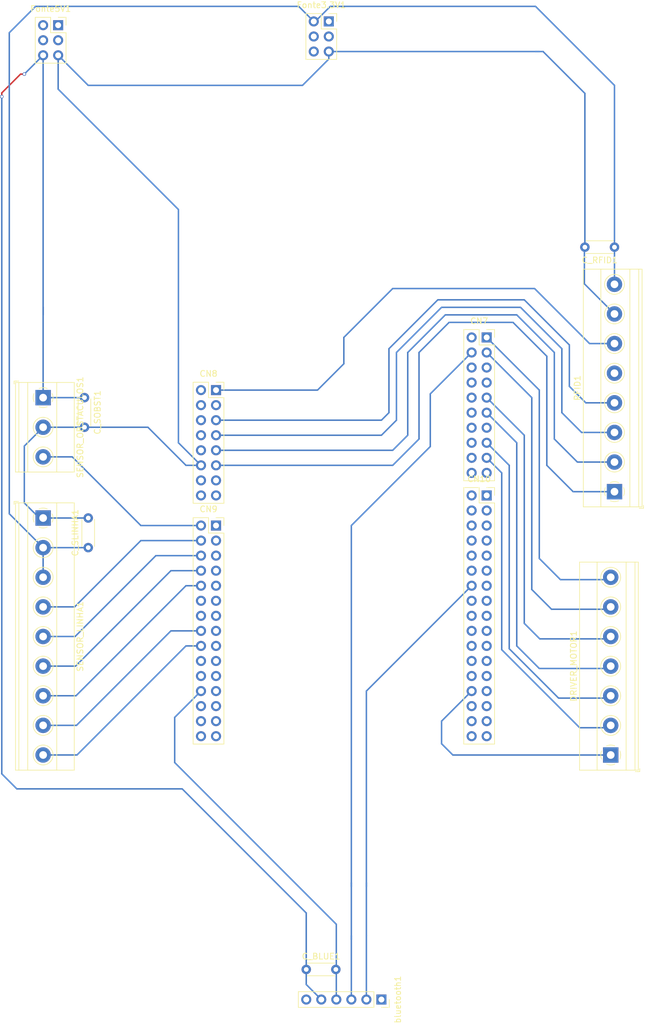
<source format=kicad_pcb>
(kicad_pcb (version 20171130) (host pcbnew "(5.1.9)-1")

  (general
    (thickness 1.6)
    (drawings 0)
    (tracks 166)
    (zones 0)
    (modules 15)
    (nets 98)
  )

  (page A4)
  (title_block
    (date "mar. 31 mars 2015")
  )

  (layers
    (0 F.Cu signal)
    (31 B.Cu signal)
    (32 B.Adhes user)
    (33 F.Adhes user)
    (34 B.Paste user)
    (35 F.Paste user)
    (36 B.SilkS user)
    (37 F.SilkS user)
    (38 B.Mask user)
    (39 F.Mask user)
    (40 Dwgs.User user)
    (41 Cmts.User user)
    (42 Eco1.User user)
    (43 Eco2.User user)
    (44 Edge.Cuts user)
    (45 Margin user)
    (46 B.CrtYd user)
    (47 F.CrtYd user)
    (48 B.Fab user)
    (49 F.Fab user)
  )

  (setup
    (last_trace_width 0.25)
    (trace_clearance 0.2)
    (zone_clearance 0.508)
    (zone_45_only no)
    (trace_min 0.2)
    (via_size 0.6)
    (via_drill 0.4)
    (via_min_size 0.4)
    (via_min_drill 0.3)
    (uvia_size 0.3)
    (uvia_drill 0.1)
    (uvias_allowed no)
    (uvia_min_size 0.2)
    (uvia_min_drill 0.1)
    (edge_width 0.15)
    (segment_width 0.15)
    (pcb_text_width 0.3)
    (pcb_text_size 1.5 1.5)
    (mod_edge_width 0.15)
    (mod_text_size 1 1)
    (mod_text_width 0.15)
    (pad_size 4.064 4.064)
    (pad_drill 3.048)
    (pad_to_mask_clearance 0)
    (aux_axis_origin 103.378 121.666)
    (visible_elements 7FFFFFFF)
    (pcbplotparams
      (layerselection 0x00030_80000001)
      (usegerberextensions false)
      (usegerberattributes true)
      (usegerberadvancedattributes true)
      (creategerberjobfile true)
      (excludeedgelayer true)
      (linewidth 0.100000)
      (plotframeref false)
      (viasonmask false)
      (mode 1)
      (useauxorigin false)
      (hpglpennumber 1)
      (hpglpenspeed 20)
      (hpglpendiameter 15.000000)
      (psnegative false)
      (psa4output false)
      (plotreference true)
      (plotvalue true)
      (plotinvisibletext false)
      (padsonsilk false)
      (subtractmaskfromsilk false)
      (outputformat 1)
      (mirror false)
      (drillshape 1)
      (scaleselection 1)
      (outputdirectory ""))
  )

  (net 0 "")
  (net 1 /IOREF)
  (net 2 /PF12)
  (net 3 /PB4)
  (net 4 /PD15)
  (net 5 /PA4)
  (net 6 /PD14)
  (net 7 /PB3)
  (net 8 /PA7)
  (net 9 /PB5)
  (net 10 /PA6)
  (net 11 /PC7)
  (net 12 /PA5)
  (net 13 /PA15)
  (net 14 /PB12)
  (net 15 /AVDD)
  (net 16 /PB13)
  (net 17 /PB9)
  (net 18 /PB15)
  (net 19 /PB8)
  (net 20 /PC6)
  (net 21 /PG3)
  (net 22 /VIN)
  (net 23 /PG2)
  (net 24 /PD2)
  (net 25 /PC12)
  (net 26 /5V)
  (net 27 /PC11)
  (net 28 /3,3V)
  (net 29 /PC10)
  (net 30 /RSET)
  (net 31 /PC9)
  (net 32 /PC8)
  (net 33 /NC)
  (net 34 /PG1)
  (net 35 /PG0)
  (net 36 /PD1)
  (net 37 /PF9)
  (net 38 /PD0)
  (net 39 /PF8)
  (net 40 /PE3)
  (net 41 /PF0)
  (net 42 /PE6)
  (net 43 /PF1)
  (net 44 /PE5)
  (net 45 /PF2)
  (net 46 /PE4)
  (net 47 /PE2)
  (net 48 /PF10)
  (net 49 /PD3)
  (net 50 /PF5)
  (net 51 /PD4)
  (net 52 /PF3)
  (net 53 /PD5)
  (net 54 /PC3)
  (net 55 /PD6)
  (net 56 /PC0)
  (net 57 /PD7)
  (net 58 /PA3)
  (net 59 /PB11)
  (net 60 /PE0)
  (net 61 /PB10)
  (net 62 /PB0)
  (net 63 /PE15)
  (net 64 /PA0)
  (net 65 /PE14)
  (net 66 /PE12)
  (net 67 /PE10)
  (net 68 /PD11)
  (net 69 /PD12)
  (net 70 /PE7)
  (net 71 /PD13)
  (net 72 /PE8)
  (net 73 /PG9)
  (net 74 /PB2)
  (net 75 /PG14)
  (net 76 /PB6)
  (net 77 /PF15)
  (net 78 /PF4)
  (net 79 /PE13)
  (net 80 /PC2)
  (net 81 /PF14)
  (net 82 /PB1)
  (net 83 /PE11)
  (net 84 /PE9)
  (net 85 /AGND)
  (net 86 /PF13)
  (net 87 "Net-(Fonte3.3V1-Pad4)")
  (net 88 "Net-(Fonte3.3V1-Pad3)")
  (net 89 "Net-(Fonte5V1-Pad4)")
  (net 90 "Net-(Fonte5V1-Pad3)")
  (net 91 "Net-(bluetooth1-Pad1)")
  (net 92 "Net-(bluetooth1-Pad6)")
  (net 93 "Net-(RFID1-Pad5)")
  (net 94 GND)
  (net 95 +3.3V)
  (net 96 /PF7)
  (net 97 +5V)

  (net_class Default "This is the default net class."
    (clearance 0.2)
    (trace_width 0.25)
    (via_dia 0.6)
    (via_drill 0.4)
    (uvia_dia 0.3)
    (uvia_drill 0.1)
    (add_net +3.3V)
    (add_net +5V)
    (add_net /3,3V)
    (add_net /5V)
    (add_net /AGND)
    (add_net /AVDD)
    (add_net /IOREF)
    (add_net /NC)
    (add_net /PA0)
    (add_net /PA15)
    (add_net /PA3)
    (add_net /PA4)
    (add_net /PA5)
    (add_net /PA6)
    (add_net /PA7)
    (add_net /PB0)
    (add_net /PB1)
    (add_net /PB10)
    (add_net /PB11)
    (add_net /PB12)
    (add_net /PB13)
    (add_net /PB15)
    (add_net /PB2)
    (add_net /PB3)
    (add_net /PB4)
    (add_net /PB5)
    (add_net /PB6)
    (add_net /PB8)
    (add_net /PB9)
    (add_net /PC0)
    (add_net /PC10)
    (add_net /PC11)
    (add_net /PC12)
    (add_net /PC2)
    (add_net /PC3)
    (add_net /PC6)
    (add_net /PC7)
    (add_net /PC8)
    (add_net /PC9)
    (add_net /PD0)
    (add_net /PD1)
    (add_net /PD11)
    (add_net /PD12)
    (add_net /PD13)
    (add_net /PD14)
    (add_net /PD15)
    (add_net /PD2)
    (add_net /PD3)
    (add_net /PD4)
    (add_net /PD5)
    (add_net /PD6)
    (add_net /PD7)
    (add_net /PE0)
    (add_net /PE10)
    (add_net /PE11)
    (add_net /PE12)
    (add_net /PE13)
    (add_net /PE14)
    (add_net /PE15)
    (add_net /PE2)
    (add_net /PE3)
    (add_net /PE4)
    (add_net /PE5)
    (add_net /PE6)
    (add_net /PE7)
    (add_net /PE8)
    (add_net /PE9)
    (add_net /PF0)
    (add_net /PF1)
    (add_net /PF10)
    (add_net /PF12)
    (add_net /PF13)
    (add_net /PF14)
    (add_net /PF15)
    (add_net /PF2)
    (add_net /PF3)
    (add_net /PF4)
    (add_net /PF5)
    (add_net /PF7)
    (add_net /PF8)
    (add_net /PF9)
    (add_net /PG0)
    (add_net /PG1)
    (add_net /PG14)
    (add_net /PG2)
    (add_net /PG3)
    (add_net /PG9)
    (add_net /RSET)
    (add_net /VIN)
    (add_net GND)
    (add_net "Net-(Fonte3.3V1-Pad3)")
    (add_net "Net-(Fonte3.3V1-Pad4)")
    (add_net "Net-(Fonte5V1-Pad3)")
    (add_net "Net-(Fonte5V1-Pad4)")
    (add_net "Net-(RFID1-Pad5)")
    (add_net "Net-(bluetooth1-Pad1)")
    (add_net "Net-(bluetooth1-Pad6)")
  )

  (module Capacitor_THT:C_Disc_D4.3mm_W1.9mm_P5.00mm (layer F.Cu) (tedit 5AE50EF0) (tstamp 60C13552)
    (at 72.39 82.55 270)
    (descr "C, Disc series, Radial, pin pitch=5.00mm, , diameter*width=4.3*1.9mm^2, Capacitor, http://www.vishay.com/docs/45233/krseries.pdf")
    (tags "C Disc series Radial pin pitch 5.00mm  diameter 4.3mm width 1.9mm Capacitor")
    (path /60E3B31B)
    (fp_text reference C_SOBST1 (at 2.5 -2.2 90) (layer F.SilkS)
      (effects (font (size 1 1) (thickness 0.15)))
    )
    (fp_text value C (at 2.5 2.2 90) (layer F.Fab)
      (effects (font (size 1 1) (thickness 0.15)))
    )
    (fp_text user %R (at 2.5 0 90) (layer F.Fab)
      (effects (font (size 0.86 0.86) (thickness 0.129)))
    )
    (fp_line (start 0.35 -0.95) (end 0.35 0.95) (layer F.Fab) (width 0.1))
    (fp_line (start 0.35 0.95) (end 4.65 0.95) (layer F.Fab) (width 0.1))
    (fp_line (start 4.65 0.95) (end 4.65 -0.95) (layer F.Fab) (width 0.1))
    (fp_line (start 4.65 -0.95) (end 0.35 -0.95) (layer F.Fab) (width 0.1))
    (fp_line (start 0.23 -1.07) (end 4.77 -1.07) (layer F.SilkS) (width 0.12))
    (fp_line (start 0.23 1.07) (end 4.77 1.07) (layer F.SilkS) (width 0.12))
    (fp_line (start 0.23 -1.07) (end 0.23 -1.055) (layer F.SilkS) (width 0.12))
    (fp_line (start 0.23 1.055) (end 0.23 1.07) (layer F.SilkS) (width 0.12))
    (fp_line (start 4.77 -1.07) (end 4.77 -1.055) (layer F.SilkS) (width 0.12))
    (fp_line (start 4.77 1.055) (end 4.77 1.07) (layer F.SilkS) (width 0.12))
    (fp_line (start -1.05 -1.2) (end -1.05 1.2) (layer F.CrtYd) (width 0.05))
    (fp_line (start -1.05 1.2) (end 6.05 1.2) (layer F.CrtYd) (width 0.05))
    (fp_line (start 6.05 1.2) (end 6.05 -1.2) (layer F.CrtYd) (width 0.05))
    (fp_line (start 6.05 -1.2) (end -1.05 -1.2) (layer F.CrtYd) (width 0.05))
    (pad 2 thru_hole circle (at 5 0 270) (size 1.6 1.6) (drill 0.8) (layers *.Cu *.Mask)
      (net 94 GND))
    (pad 1 thru_hole circle (at 0 0 270) (size 1.6 1.6) (drill 0.8) (layers *.Cu *.Mask)
      (net 97 +5V))
    (model ${KISYS3DMOD}/Capacitor_THT.3dshapes/C_Disc_D4.3mm_W1.9mm_P5.00mm.wrl
      (at (xyz 0 0 0))
      (scale (xyz 1 1 1))
      (rotate (xyz 0 0 0))
    )
  )

  (module Capacitor_THT:C_Disc_D4.3mm_W1.9mm_P5.00mm (layer F.Cu) (tedit 5AE50EF0) (tstamp 60C13515)
    (at 161.925 57.15 180)
    (descr "C, Disc series, Radial, pin pitch=5.00mm, , diameter*width=4.3*1.9mm^2, Capacitor, http://www.vishay.com/docs/45233/krseries.pdf")
    (tags "C Disc series Radial pin pitch 5.00mm  diameter 4.3mm width 1.9mm Capacitor")
    (path /60E5B397)
    (fp_text reference C_RFID1 (at 2.5 -2.2) (layer F.SilkS)
      (effects (font (size 1 1) (thickness 0.15)))
    )
    (fp_text value C (at 2.5 2.2) (layer F.Fab)
      (effects (font (size 1 1) (thickness 0.15)))
    )
    (fp_text user %R (at 2.54 -0.275) (layer F.Fab)
      (effects (font (size 0.86 0.86) (thickness 0.129)))
    )
    (fp_line (start 0.35 -0.95) (end 0.35 0.95) (layer F.Fab) (width 0.1))
    (fp_line (start 0.35 0.95) (end 4.65 0.95) (layer F.Fab) (width 0.1))
    (fp_line (start 4.65 0.95) (end 4.65 -0.95) (layer F.Fab) (width 0.1))
    (fp_line (start 4.65 -0.95) (end 0.35 -0.95) (layer F.Fab) (width 0.1))
    (fp_line (start 0.23 -1.07) (end 4.77 -1.07) (layer F.SilkS) (width 0.12))
    (fp_line (start 0.23 1.07) (end 4.77 1.07) (layer F.SilkS) (width 0.12))
    (fp_line (start 0.23 -1.07) (end 0.23 -1.055) (layer F.SilkS) (width 0.12))
    (fp_line (start 0.23 1.055) (end 0.23 1.07) (layer F.SilkS) (width 0.12))
    (fp_line (start 4.77 -1.07) (end 4.77 -1.055) (layer F.SilkS) (width 0.12))
    (fp_line (start 4.77 1.055) (end 4.77 1.07) (layer F.SilkS) (width 0.12))
    (fp_line (start -1.05 -1.2) (end -1.05 1.2) (layer F.CrtYd) (width 0.05))
    (fp_line (start -1.05 1.2) (end 6.05 1.2) (layer F.CrtYd) (width 0.05))
    (fp_line (start 6.05 1.2) (end 6.05 -1.2) (layer F.CrtYd) (width 0.05))
    (fp_line (start 6.05 -1.2) (end -1.05 -1.2) (layer F.CrtYd) (width 0.05))
    (pad 2 thru_hole circle (at 5 0 180) (size 1.6 1.6) (drill 0.8) (layers *.Cu *.Mask)
      (net 94 GND))
    (pad 1 thru_hole circle (at 0 0 180) (size 1.6 1.6) (drill 0.8) (layers *.Cu *.Mask)
      (net 95 +3.3V))
    (model ${KISYS3DMOD}/Capacitor_THT.3dshapes/C_Disc_D4.3mm_W1.9mm_P5.00mm.wrl
      (at (xyz 0 0 0))
      (scale (xyz 1 1 1))
      (rotate (xyz 0 0 0))
    )
  )

  (module Capacitor_THT:C_Disc_D4.3mm_W1.9mm_P5.00mm (layer F.Cu) (tedit 5AE50EF0) (tstamp 60C13500)
    (at 109.855 179.07)
    (descr "C, Disc series, Radial, pin pitch=5.00mm, , diameter*width=4.3*1.9mm^2, Capacitor, http://www.vishay.com/docs/45233/krseries.pdf")
    (tags "C Disc series Radial pin pitch 5.00mm  diameter 4.3mm width 1.9mm Capacitor")
    (path /60E502E6)
    (fp_text reference C_BLUE1 (at 2.5 -2.2) (layer F.SilkS)
      (effects (font (size 1 1) (thickness 0.15)))
    )
    (fp_text value C (at 2.5 2.2) (layer F.Fab)
      (effects (font (size 1 1) (thickness 0.15)))
    )
    (fp_text user %R (at 2.5 0) (layer F.Fab)
      (effects (font (size 0.86 0.86) (thickness 0.129)))
    )
    (fp_line (start 0.35 -0.95) (end 0.35 0.95) (layer F.Fab) (width 0.1))
    (fp_line (start 0.35 0.95) (end 4.65 0.95) (layer F.Fab) (width 0.1))
    (fp_line (start 4.65 0.95) (end 4.65 -0.95) (layer F.Fab) (width 0.1))
    (fp_line (start 4.65 -0.95) (end 0.35 -0.95) (layer F.Fab) (width 0.1))
    (fp_line (start 0.23 -1.07) (end 4.77 -1.07) (layer F.SilkS) (width 0.12))
    (fp_line (start 0.23 1.07) (end 4.77 1.07) (layer F.SilkS) (width 0.12))
    (fp_line (start 0.23 -1.07) (end 0.23 -1.055) (layer F.SilkS) (width 0.12))
    (fp_line (start 0.23 1.055) (end 0.23 1.07) (layer F.SilkS) (width 0.12))
    (fp_line (start 4.77 -1.07) (end 4.77 -1.055) (layer F.SilkS) (width 0.12))
    (fp_line (start 4.77 1.055) (end 4.77 1.07) (layer F.SilkS) (width 0.12))
    (fp_line (start -1.05 -1.2) (end -1.05 1.2) (layer F.CrtYd) (width 0.05))
    (fp_line (start -1.05 1.2) (end 6.05 1.2) (layer F.CrtYd) (width 0.05))
    (fp_line (start 6.05 1.2) (end 6.05 -1.2) (layer F.CrtYd) (width 0.05))
    (fp_line (start 6.05 -1.2) (end -1.05 -1.2) (layer F.CrtYd) (width 0.05))
    (pad 2 thru_hole circle (at 5 0) (size 1.6 1.6) (drill 0.8) (layers *.Cu *.Mask)
      (net 94 GND))
    (pad 1 thru_hole circle (at 0 0) (size 1.6 1.6) (drill 0.8) (layers *.Cu *.Mask)
      (net 97 +5V))
    (model ${KISYS3DMOD}/Capacitor_THT.3dshapes/C_Disc_D4.3mm_W1.9mm_P5.00mm.wrl
      (at (xyz 0 0 0))
      (scale (xyz 1 1 1))
      (rotate (xyz 0 0 0))
    )
  )

  (module TerminalBlock_Phoenix:TerminalBlock_Phoenix_MKDS-1,5-7_1x07_P5.00mm_Horizontal (layer F.Cu) (tedit 5B294EE8) (tstamp 60BFF630)
    (at 161.29 142.875 90)
    (descr "Terminal Block Phoenix MKDS-1,5-7, 7 pins, pitch 5mm, size 35x9.8mm^2, drill diamater 1.3mm, pad diameter 2.6mm, see http://www.farnell.com/datasheets/100425.pdf, script-generated using https://github.com/pointhi/kicad-footprint-generator/scripts/TerminalBlock_Phoenix")
    (tags "THT Terminal Block Phoenix MKDS-1,5-7 pitch 5mm size 35x9.8mm^2 drill 1.3mm pad 2.6mm")
    (path /60CE421D)
    (fp_text reference DRIVER_MOTOR1 (at 15 -6.26 90) (layer F.SilkS)
      (effects (font (size 1 1) (thickness 0.15)))
    )
    (fp_text value Screw_Terminal_01x07 (at 15 5.66 90) (layer F.Fab)
      (effects (font (size 1 1) (thickness 0.15)))
    )
    (fp_text user %R (at 15 3.2 90) (layer F.Fab)
      (effects (font (size 1 1) (thickness 0.15)))
    )
    (fp_arc (start 0 0) (end -0.684 1.535) (angle -25) (layer F.SilkS) (width 0.12))
    (fp_arc (start 0 0) (end -1.535 -0.684) (angle -48) (layer F.SilkS) (width 0.12))
    (fp_arc (start 0 0) (end 0.684 -1.535) (angle -48) (layer F.SilkS) (width 0.12))
    (fp_arc (start 0 0) (end 1.535 0.684) (angle -48) (layer F.SilkS) (width 0.12))
    (fp_arc (start 0 0) (end 0 1.68) (angle -24) (layer F.SilkS) (width 0.12))
    (fp_circle (center 0 0) (end 1.5 0) (layer F.Fab) (width 0.1))
    (fp_circle (center 5 0) (end 6.5 0) (layer F.Fab) (width 0.1))
    (fp_circle (center 5 0) (end 6.68 0) (layer F.SilkS) (width 0.12))
    (fp_circle (center 10 0) (end 11.5 0) (layer F.Fab) (width 0.1))
    (fp_circle (center 10 0) (end 11.68 0) (layer F.SilkS) (width 0.12))
    (fp_circle (center 15 0) (end 16.5 0) (layer F.Fab) (width 0.1))
    (fp_circle (center 15 0) (end 16.68 0) (layer F.SilkS) (width 0.12))
    (fp_circle (center 20 0) (end 21.5 0) (layer F.Fab) (width 0.1))
    (fp_circle (center 20 0) (end 21.68 0) (layer F.SilkS) (width 0.12))
    (fp_circle (center 25 0) (end 26.5 0) (layer F.Fab) (width 0.1))
    (fp_circle (center 25 0) (end 26.68 0) (layer F.SilkS) (width 0.12))
    (fp_circle (center 30 0) (end 31.5 0) (layer F.Fab) (width 0.1))
    (fp_circle (center 30 0) (end 31.68 0) (layer F.SilkS) (width 0.12))
    (fp_line (start -2.5 -5.2) (end 32.5 -5.2) (layer F.Fab) (width 0.1))
    (fp_line (start 32.5 -5.2) (end 32.5 4.6) (layer F.Fab) (width 0.1))
    (fp_line (start 32.5 4.6) (end -2 4.6) (layer F.Fab) (width 0.1))
    (fp_line (start -2 4.6) (end -2.5 4.1) (layer F.Fab) (width 0.1))
    (fp_line (start -2.5 4.1) (end -2.5 -5.2) (layer F.Fab) (width 0.1))
    (fp_line (start -2.5 4.1) (end 32.5 4.1) (layer F.Fab) (width 0.1))
    (fp_line (start -2.56 4.1) (end 32.56 4.1) (layer F.SilkS) (width 0.12))
    (fp_line (start -2.5 2.6) (end 32.5 2.6) (layer F.Fab) (width 0.1))
    (fp_line (start -2.56 2.6) (end 32.56 2.6) (layer F.SilkS) (width 0.12))
    (fp_line (start -2.5 -2.3) (end 32.5 -2.3) (layer F.Fab) (width 0.1))
    (fp_line (start -2.56 -2.301) (end 32.56 -2.301) (layer F.SilkS) (width 0.12))
    (fp_line (start -2.56 -5.261) (end 32.56 -5.261) (layer F.SilkS) (width 0.12))
    (fp_line (start -2.56 4.66) (end 32.56 4.66) (layer F.SilkS) (width 0.12))
    (fp_line (start -2.56 -5.261) (end -2.56 4.66) (layer F.SilkS) (width 0.12))
    (fp_line (start 32.56 -5.261) (end 32.56 4.66) (layer F.SilkS) (width 0.12))
    (fp_line (start 1.138 -0.955) (end -0.955 1.138) (layer F.Fab) (width 0.1))
    (fp_line (start 0.955 -1.138) (end -1.138 0.955) (layer F.Fab) (width 0.1))
    (fp_line (start 6.138 -0.955) (end 4.046 1.138) (layer F.Fab) (width 0.1))
    (fp_line (start 5.955 -1.138) (end 3.863 0.955) (layer F.Fab) (width 0.1))
    (fp_line (start 6.275 -1.069) (end 6.228 -1.023) (layer F.SilkS) (width 0.12))
    (fp_line (start 3.966 1.239) (end 3.931 1.274) (layer F.SilkS) (width 0.12))
    (fp_line (start 6.07 -1.275) (end 6.035 -1.239) (layer F.SilkS) (width 0.12))
    (fp_line (start 3.773 1.023) (end 3.726 1.069) (layer F.SilkS) (width 0.12))
    (fp_line (start 11.138 -0.955) (end 9.046 1.138) (layer F.Fab) (width 0.1))
    (fp_line (start 10.955 -1.138) (end 8.863 0.955) (layer F.Fab) (width 0.1))
    (fp_line (start 11.275 -1.069) (end 11.228 -1.023) (layer F.SilkS) (width 0.12))
    (fp_line (start 8.966 1.239) (end 8.931 1.274) (layer F.SilkS) (width 0.12))
    (fp_line (start 11.07 -1.275) (end 11.035 -1.239) (layer F.SilkS) (width 0.12))
    (fp_line (start 8.773 1.023) (end 8.726 1.069) (layer F.SilkS) (width 0.12))
    (fp_line (start 16.138 -0.955) (end 14.046 1.138) (layer F.Fab) (width 0.1))
    (fp_line (start 15.955 -1.138) (end 13.863 0.955) (layer F.Fab) (width 0.1))
    (fp_line (start 16.275 -1.069) (end 16.228 -1.023) (layer F.SilkS) (width 0.12))
    (fp_line (start 13.966 1.239) (end 13.931 1.274) (layer F.SilkS) (width 0.12))
    (fp_line (start 16.07 -1.275) (end 16.035 -1.239) (layer F.SilkS) (width 0.12))
    (fp_line (start 13.773 1.023) (end 13.726 1.069) (layer F.SilkS) (width 0.12))
    (fp_line (start 21.138 -0.955) (end 19.046 1.138) (layer F.Fab) (width 0.1))
    (fp_line (start 20.955 -1.138) (end 18.863 0.955) (layer F.Fab) (width 0.1))
    (fp_line (start 21.275 -1.069) (end 21.228 -1.023) (layer F.SilkS) (width 0.12))
    (fp_line (start 18.966 1.239) (end 18.931 1.274) (layer F.SilkS) (width 0.12))
    (fp_line (start 21.07 -1.275) (end 21.035 -1.239) (layer F.SilkS) (width 0.12))
    (fp_line (start 18.773 1.023) (end 18.726 1.069) (layer F.SilkS) (width 0.12))
    (fp_line (start 26.138 -0.955) (end 24.046 1.138) (layer F.Fab) (width 0.1))
    (fp_line (start 25.955 -1.138) (end 23.863 0.955) (layer F.Fab) (width 0.1))
    (fp_line (start 26.275 -1.069) (end 26.228 -1.023) (layer F.SilkS) (width 0.12))
    (fp_line (start 23.966 1.239) (end 23.931 1.274) (layer F.SilkS) (width 0.12))
    (fp_line (start 26.07 -1.275) (end 26.035 -1.239) (layer F.SilkS) (width 0.12))
    (fp_line (start 23.773 1.023) (end 23.726 1.069) (layer F.SilkS) (width 0.12))
    (fp_line (start 31.138 -0.955) (end 29.046 1.138) (layer F.Fab) (width 0.1))
    (fp_line (start 30.955 -1.138) (end 28.863 0.955) (layer F.Fab) (width 0.1))
    (fp_line (start 31.275 -1.069) (end 31.228 -1.023) (layer F.SilkS) (width 0.12))
    (fp_line (start 28.966 1.239) (end 28.931 1.274) (layer F.SilkS) (width 0.12))
    (fp_line (start 31.07 -1.275) (end 31.035 -1.239) (layer F.SilkS) (width 0.12))
    (fp_line (start 28.773 1.023) (end 28.726 1.069) (layer F.SilkS) (width 0.12))
    (fp_line (start -2.8 4.16) (end -2.8 4.9) (layer F.SilkS) (width 0.12))
    (fp_line (start -2.8 4.9) (end -2.3 4.9) (layer F.SilkS) (width 0.12))
    (fp_line (start -3 -5.71) (end -3 5.1) (layer F.CrtYd) (width 0.05))
    (fp_line (start -3 5.1) (end 33 5.1) (layer F.CrtYd) (width 0.05))
    (fp_line (start 33 5.1) (end 33 -5.71) (layer F.CrtYd) (width 0.05))
    (fp_line (start 33 -5.71) (end -3 -5.71) (layer F.CrtYd) (width 0.05))
    (pad 7 thru_hole circle (at 30 0 90) (size 2.6 2.6) (drill 1.3) (layers *.Cu *.Mask)
      (net 19 /PB8))
    (pad 6 thru_hole circle (at 25 0 90) (size 2.6 2.6) (drill 1.3) (layers *.Cu *.Mask)
      (net 17 /PB9))
    (pad 5 thru_hole circle (at 20 0 90) (size 2.6 2.6) (drill 1.3) (layers *.Cu *.Mask)
      (net 12 /PA5))
    (pad 4 thru_hole circle (at 15 0 90) (size 2.6 2.6) (drill 1.3) (layers *.Cu *.Mask)
      (net 10 /PA6))
    (pad 3 thru_hole circle (at 10 0 90) (size 2.6 2.6) (drill 1.3) (layers *.Cu *.Mask)
      (net 6 /PD14))
    (pad 2 thru_hole circle (at 5 0 90) (size 2.6 2.6) (drill 1.3) (layers *.Cu *.Mask)
      (net 4 /PD15))
    (pad 1 thru_hole rect (at 0 0 90) (size 2.6 2.6) (drill 1.3) (layers *.Cu *.Mask)
      (net 94 GND))
    (model ${KISYS3DMOD}/TerminalBlock_Phoenix.3dshapes/TerminalBlock_Phoenix_MKDS-1,5-7_1x07_P5.00mm_Horizontal.wrl
      (at (xyz 0 0 0))
      (scale (xyz 1 1 1))
      (rotate (xyz 0 0 0))
    )
  )

  (module Capacitor_THT:C_Disc_D4.3mm_W1.9mm_P5.00mm (layer F.Cu) (tedit 5AE50EF0) (tstamp 60C0E5D7)
    (at 73.025 107.87 90)
    (descr "C, Disc series, Radial, pin pitch=5.00mm, , diameter*width=4.3*1.9mm^2, Capacitor, http://www.vishay.com/docs/45233/krseries.pdf")
    (tags "C Disc series Radial pin pitch 5.00mm  diameter 4.3mm width 1.9mm Capacitor")
    (path /60DF57C8)
    (fp_text reference C_SLINHA1 (at 2.5 -2.2 90) (layer F.SilkS)
      (effects (font (size 1 1) (thickness 0.15)))
    )
    (fp_text value C (at 2.5 2.2 90) (layer F.Fab)
      (effects (font (size 1 1) (thickness 0.15)))
    )
    (fp_text user %R (at 3.175 -0.635 90) (layer F.Fab)
      (effects (font (size 0.86 0.86) (thickness 0.129)))
    )
    (fp_line (start 0.35 -0.95) (end 0.35 0.95) (layer F.Fab) (width 0.1))
    (fp_line (start 0.35 0.95) (end 4.65 0.95) (layer F.Fab) (width 0.1))
    (fp_line (start 4.65 0.95) (end 4.65 -0.95) (layer F.Fab) (width 0.1))
    (fp_line (start 4.65 -0.95) (end 0.35 -0.95) (layer F.Fab) (width 0.1))
    (fp_line (start 0.23 -1.07) (end 4.77 -1.07) (layer F.SilkS) (width 0.12))
    (fp_line (start 0.23 1.07) (end 4.77 1.07) (layer F.SilkS) (width 0.12))
    (fp_line (start 0.23 -1.07) (end 0.23 -1.055) (layer F.SilkS) (width 0.12))
    (fp_line (start 0.23 1.055) (end 0.23 1.07) (layer F.SilkS) (width 0.12))
    (fp_line (start 4.77 -1.07) (end 4.77 -1.055) (layer F.SilkS) (width 0.12))
    (fp_line (start 4.77 1.055) (end 4.77 1.07) (layer F.SilkS) (width 0.12))
    (fp_line (start -1.05 -1.2) (end -1.05 1.2) (layer F.CrtYd) (width 0.05))
    (fp_line (start -1.05 1.2) (end 6.05 1.2) (layer F.CrtYd) (width 0.05))
    (fp_line (start 6.05 1.2) (end 6.05 -1.2) (layer F.CrtYd) (width 0.05))
    (fp_line (start 6.05 -1.2) (end -1.05 -1.2) (layer F.CrtYd) (width 0.05))
    (pad 2 thru_hole circle (at 5 0 90) (size 1.6 1.6) (drill 0.8) (layers *.Cu *.Mask)
      (net 94 GND))
    (pad 1 thru_hole circle (at 0 0 90) (size 1.6 1.6) (drill 0.8) (layers *.Cu *.Mask)
      (net 95 +3.3V))
    (model ${KISYS3DMOD}/Capacitor_THT.3dshapes/C_Disc_D4.3mm_W1.9mm_P5.00mm.wrl
      (at (xyz 0 0 0))
      (scale (xyz 1 1 1))
      (rotate (xyz 0 0 0))
    )
  )

  (module TerminalBlock_Phoenix:TerminalBlock_Phoenix_MKDS-1,5-8_1x08_P5.00mm_Horizontal (layer F.Cu) (tedit 5B294EEA) (tstamp 60C09AD9)
    (at 161.925 98.425 90)
    (descr "Terminal Block Phoenix MKDS-1,5-8, 8 pins, pitch 5mm, size 40x9.8mm^2, drill diamater 1.3mm, pad diameter 2.6mm, see http://www.farnell.com/datasheets/100425.pdf, script-generated using https://github.com/pointhi/kicad-footprint-generator/scripts/TerminalBlock_Phoenix")
    (tags "THT Terminal Block Phoenix MKDS-1,5-8 pitch 5mm size 40x9.8mm^2 drill 1.3mm pad 2.6mm")
    (path /60C1ECB2)
    (fp_text reference RFID1 (at 17.5 -6.26 90) (layer F.SilkS)
      (effects (font (size 1 1) (thickness 0.15)))
    )
    (fp_text value Screw_Terminal_01x06 (at 17.5 5.66 90) (layer F.Fab)
      (effects (font (size 1 1) (thickness 0.15)))
    )
    (fp_text user %R (at 17.5 3.2 90) (layer F.Fab)
      (effects (font (size 1 1) (thickness 0.15)))
    )
    (fp_arc (start 0 0) (end -0.684 1.535) (angle -25) (layer F.SilkS) (width 0.12))
    (fp_arc (start 0 0) (end -1.535 -0.684) (angle -48) (layer F.SilkS) (width 0.12))
    (fp_arc (start 0 0) (end 0.684 -1.535) (angle -48) (layer F.SilkS) (width 0.12))
    (fp_arc (start 0 0) (end 1.535 0.684) (angle -48) (layer F.SilkS) (width 0.12))
    (fp_arc (start 0 0) (end 0 1.68) (angle -24) (layer F.SilkS) (width 0.12))
    (fp_circle (center 0 0) (end 1.5 0) (layer F.Fab) (width 0.1))
    (fp_circle (center 5 0) (end 6.5 0) (layer F.Fab) (width 0.1))
    (fp_circle (center 5 0) (end 6.68 0) (layer F.SilkS) (width 0.12))
    (fp_circle (center 10 0) (end 11.5 0) (layer F.Fab) (width 0.1))
    (fp_circle (center 10 0) (end 11.68 0) (layer F.SilkS) (width 0.12))
    (fp_circle (center 15 0) (end 16.5 0) (layer F.Fab) (width 0.1))
    (fp_circle (center 15 0) (end 16.68 0) (layer F.SilkS) (width 0.12))
    (fp_circle (center 20 0) (end 21.5 0) (layer F.Fab) (width 0.1))
    (fp_circle (center 20 0) (end 21.68 0) (layer F.SilkS) (width 0.12))
    (fp_circle (center 25 0) (end 26.5 0) (layer F.Fab) (width 0.1))
    (fp_circle (center 25 0) (end 26.68 0) (layer F.SilkS) (width 0.12))
    (fp_circle (center 30 0) (end 31.5 0) (layer F.Fab) (width 0.1))
    (fp_circle (center 30 0) (end 31.68 0) (layer F.SilkS) (width 0.12))
    (fp_circle (center 35 0) (end 36.5 0) (layer F.Fab) (width 0.1))
    (fp_circle (center 35 0) (end 36.68 0) (layer F.SilkS) (width 0.12))
    (fp_line (start -2.5 -5.2) (end 37.5 -5.2) (layer F.Fab) (width 0.1))
    (fp_line (start 37.5 -5.2) (end 37.5 4.6) (layer F.Fab) (width 0.1))
    (fp_line (start 37.5 4.6) (end -2 4.6) (layer F.Fab) (width 0.1))
    (fp_line (start -2 4.6) (end -2.5 4.1) (layer F.Fab) (width 0.1))
    (fp_line (start -2.5 4.1) (end -2.5 -5.2) (layer F.Fab) (width 0.1))
    (fp_line (start -2.5 4.1) (end 37.5 4.1) (layer F.Fab) (width 0.1))
    (fp_line (start -2.56 4.1) (end 37.56 4.1) (layer F.SilkS) (width 0.12))
    (fp_line (start -2.5 2.6) (end 37.5 2.6) (layer F.Fab) (width 0.1))
    (fp_line (start -2.56 2.6) (end 37.56 2.6) (layer F.SilkS) (width 0.12))
    (fp_line (start -2.5 -2.3) (end 37.5 -2.3) (layer F.Fab) (width 0.1))
    (fp_line (start -2.56 -2.301) (end 37.56 -2.301) (layer F.SilkS) (width 0.12))
    (fp_line (start -2.56 -5.261) (end 37.56 -5.261) (layer F.SilkS) (width 0.12))
    (fp_line (start -2.56 4.66) (end 37.56 4.66) (layer F.SilkS) (width 0.12))
    (fp_line (start -2.56 -5.261) (end -2.56 4.66) (layer F.SilkS) (width 0.12))
    (fp_line (start 37.56 -5.261) (end 37.56 4.66) (layer F.SilkS) (width 0.12))
    (fp_line (start 1.138 -0.955) (end -0.955 1.138) (layer F.Fab) (width 0.1))
    (fp_line (start 0.955 -1.138) (end -1.138 0.955) (layer F.Fab) (width 0.1))
    (fp_line (start 6.138 -0.955) (end 4.046 1.138) (layer F.Fab) (width 0.1))
    (fp_line (start 5.955 -1.138) (end 3.863 0.955) (layer F.Fab) (width 0.1))
    (fp_line (start 6.275 -1.069) (end 6.228 -1.023) (layer F.SilkS) (width 0.12))
    (fp_line (start 3.966 1.239) (end 3.931 1.274) (layer F.SilkS) (width 0.12))
    (fp_line (start 6.07 -1.275) (end 6.035 -1.239) (layer F.SilkS) (width 0.12))
    (fp_line (start 3.773 1.023) (end 3.726 1.069) (layer F.SilkS) (width 0.12))
    (fp_line (start 11.138 -0.955) (end 9.046 1.138) (layer F.Fab) (width 0.1))
    (fp_line (start 10.955 -1.138) (end 8.863 0.955) (layer F.Fab) (width 0.1))
    (fp_line (start 11.275 -1.069) (end 11.228 -1.023) (layer F.SilkS) (width 0.12))
    (fp_line (start 8.966 1.239) (end 8.931 1.274) (layer F.SilkS) (width 0.12))
    (fp_line (start 11.07 -1.275) (end 11.035 -1.239) (layer F.SilkS) (width 0.12))
    (fp_line (start 8.773 1.023) (end 8.726 1.069) (layer F.SilkS) (width 0.12))
    (fp_line (start 16.138 -0.955) (end 14.046 1.138) (layer F.Fab) (width 0.1))
    (fp_line (start 15.955 -1.138) (end 13.863 0.955) (layer F.Fab) (width 0.1))
    (fp_line (start 16.275 -1.069) (end 16.228 -1.023) (layer F.SilkS) (width 0.12))
    (fp_line (start 13.966 1.239) (end 13.931 1.274) (layer F.SilkS) (width 0.12))
    (fp_line (start 16.07 -1.275) (end 16.035 -1.239) (layer F.SilkS) (width 0.12))
    (fp_line (start 13.773 1.023) (end 13.726 1.069) (layer F.SilkS) (width 0.12))
    (fp_line (start 21.138 -0.955) (end 19.046 1.138) (layer F.Fab) (width 0.1))
    (fp_line (start 20.955 -1.138) (end 18.863 0.955) (layer F.Fab) (width 0.1))
    (fp_line (start 21.275 -1.069) (end 21.228 -1.023) (layer F.SilkS) (width 0.12))
    (fp_line (start 18.966 1.239) (end 18.931 1.274) (layer F.SilkS) (width 0.12))
    (fp_line (start 21.07 -1.275) (end 21.035 -1.239) (layer F.SilkS) (width 0.12))
    (fp_line (start 18.773 1.023) (end 18.726 1.069) (layer F.SilkS) (width 0.12))
    (fp_line (start 26.138 -0.955) (end 24.046 1.138) (layer F.Fab) (width 0.1))
    (fp_line (start 25.955 -1.138) (end 23.863 0.955) (layer F.Fab) (width 0.1))
    (fp_line (start 26.275 -1.069) (end 26.228 -1.023) (layer F.SilkS) (width 0.12))
    (fp_line (start 23.966 1.239) (end 23.931 1.274) (layer F.SilkS) (width 0.12))
    (fp_line (start 26.07 -1.275) (end 26.035 -1.239) (layer F.SilkS) (width 0.12))
    (fp_line (start 23.773 1.023) (end 23.726 1.069) (layer F.SilkS) (width 0.12))
    (fp_line (start 31.138 -0.955) (end 29.046 1.138) (layer F.Fab) (width 0.1))
    (fp_line (start 30.955 -1.138) (end 28.863 0.955) (layer F.Fab) (width 0.1))
    (fp_line (start 31.275 -1.069) (end 31.228 -1.023) (layer F.SilkS) (width 0.12))
    (fp_line (start 28.966 1.239) (end 28.931 1.274) (layer F.SilkS) (width 0.12))
    (fp_line (start 31.07 -1.275) (end 31.035 -1.239) (layer F.SilkS) (width 0.12))
    (fp_line (start 28.773 1.023) (end 28.726 1.069) (layer F.SilkS) (width 0.12))
    (fp_line (start 36.138 -0.955) (end 34.046 1.138) (layer F.Fab) (width 0.1))
    (fp_line (start 35.955 -1.138) (end 33.863 0.955) (layer F.Fab) (width 0.1))
    (fp_line (start 36.275 -1.069) (end 36.228 -1.023) (layer F.SilkS) (width 0.12))
    (fp_line (start 33.966 1.239) (end 33.931 1.274) (layer F.SilkS) (width 0.12))
    (fp_line (start 36.07 -1.275) (end 36.035 -1.239) (layer F.SilkS) (width 0.12))
    (fp_line (start 33.773 1.023) (end 33.726 1.069) (layer F.SilkS) (width 0.12))
    (fp_line (start -2.8 4.16) (end -2.8 4.9) (layer F.SilkS) (width 0.12))
    (fp_line (start -2.8 4.9) (end -2.3 4.9) (layer F.SilkS) (width 0.12))
    (fp_line (start -3 -5.71) (end -3 5.1) (layer F.CrtYd) (width 0.05))
    (fp_line (start -3 5.1) (end 38 5.1) (layer F.CrtYd) (width 0.05))
    (fp_line (start 38 5.1) (end 38 -5.71) (layer F.CrtYd) (width 0.05))
    (fp_line (start 38 -5.71) (end -3 -5.71) (layer F.CrtYd) (width 0.05))
    (pad 8 thru_hole circle (at 35 0 90) (size 2.6 2.6) (drill 1.3) (layers *.Cu *.Mask)
      (net 95 +3.3V))
    (pad 7 thru_hole circle (at 30 0 90) (size 2.6 2.6) (drill 1.3) (layers *.Cu *.Mask)
      (net 94 GND))
    (pad 6 thru_hole circle (at 25 0 90) (size 2.6 2.6) (drill 1.3) (layers *.Cu *.Mask)
      (net 32 /PC8))
    (pad 5 thru_hole circle (at 20 0 90) (size 2.6 2.6) (drill 1.3) (layers *.Cu *.Mask)
      (net 93 "Net-(RFID1-Pad5)"))
    (pad 4 thru_hole circle (at 15 0 90) (size 2.6 2.6) (drill 1.3) (layers *.Cu *.Mask)
      (net 29 /PC10))
    (pad 3 thru_hole circle (at 10 0 90) (size 2.6 2.6) (drill 1.3) (layers *.Cu *.Mask)
      (net 27 /PC11))
    (pad 2 thru_hole circle (at 5 0 90) (size 2.6 2.6) (drill 1.3) (layers *.Cu *.Mask)
      (net 25 /PC12))
    (pad 1 thru_hole rect (at 0 0 90) (size 2.6 2.6) (drill 1.3) (layers *.Cu *.Mask)
      (net 24 /PD2))
    (model ${KISYS3DMOD}/TerminalBlock_Phoenix.3dshapes/TerminalBlock_Phoenix_MKDS-1,5-8_1x08_P5.00mm_Horizontal.wrl
      (at (xyz 0 0 0))
      (scale (xyz 1 1 1))
      (rotate (xyz 0 0 0))
    )
  )

  (module TerminalBlock_Phoenix:TerminalBlock_Phoenix_MKDS-1,5-3_1x03_P5.00mm_Horizontal (layer F.Cu) (tedit 5B294EE5) (tstamp 60BFF6D0)
    (at 65.405 82.55 270)
    (descr "Terminal Block Phoenix MKDS-1,5-3, 3 pins, pitch 5mm, size 15x9.8mm^2, drill diamater 1.3mm, pad diameter 2.6mm, see http://www.farnell.com/datasheets/100425.pdf, script-generated using https://github.com/pointhi/kicad-footprint-generator/scripts/TerminalBlock_Phoenix")
    (tags "THT Terminal Block Phoenix MKDS-1,5-3 pitch 5mm size 15x9.8mm^2 drill 1.3mm pad 2.6mm")
    (path /60C99735)
    (fp_text reference SENSOR_OBSTACULOS1 (at 5 -6.26 90) (layer F.SilkS)
      (effects (font (size 1 1) (thickness 0.15)))
    )
    (fp_text value Screw_Terminal_01x03 (at 5 5.66 90) (layer F.Fab)
      (effects (font (size 1 1) (thickness 0.15)))
    )
    (fp_line (start 13 -5.71) (end -3 -5.71) (layer F.CrtYd) (width 0.05))
    (fp_line (start 13 5.1) (end 13 -5.71) (layer F.CrtYd) (width 0.05))
    (fp_line (start -3 5.1) (end 13 5.1) (layer F.CrtYd) (width 0.05))
    (fp_line (start -3 -5.71) (end -3 5.1) (layer F.CrtYd) (width 0.05))
    (fp_line (start -2.8 4.9) (end -2.3 4.9) (layer F.SilkS) (width 0.12))
    (fp_line (start -2.8 4.16) (end -2.8 4.9) (layer F.SilkS) (width 0.12))
    (fp_line (start 8.773 1.023) (end 8.726 1.069) (layer F.SilkS) (width 0.12))
    (fp_line (start 11.07 -1.275) (end 11.035 -1.239) (layer F.SilkS) (width 0.12))
    (fp_line (start 8.966 1.239) (end 8.931 1.274) (layer F.SilkS) (width 0.12))
    (fp_line (start 11.275 -1.069) (end 11.228 -1.023) (layer F.SilkS) (width 0.12))
    (fp_line (start 10.955 -1.138) (end 8.863 0.955) (layer F.Fab) (width 0.1))
    (fp_line (start 11.138 -0.955) (end 9.046 1.138) (layer F.Fab) (width 0.1))
    (fp_line (start 3.773 1.023) (end 3.726 1.069) (layer F.SilkS) (width 0.12))
    (fp_line (start 6.07 -1.275) (end 6.035 -1.239) (layer F.SilkS) (width 0.12))
    (fp_line (start 3.966 1.239) (end 3.931 1.274) (layer F.SilkS) (width 0.12))
    (fp_line (start 6.275 -1.069) (end 6.228 -1.023) (layer F.SilkS) (width 0.12))
    (fp_line (start 5.955 -1.138) (end 3.863 0.955) (layer F.Fab) (width 0.1))
    (fp_line (start 6.138 -0.955) (end 4.046 1.138) (layer F.Fab) (width 0.1))
    (fp_line (start 0.955 -1.138) (end -1.138 0.955) (layer F.Fab) (width 0.1))
    (fp_line (start 1.138 -0.955) (end -0.955 1.138) (layer F.Fab) (width 0.1))
    (fp_line (start 12.56 -5.261) (end 12.56 4.66) (layer F.SilkS) (width 0.12))
    (fp_line (start -2.56 -5.261) (end -2.56 4.66) (layer F.SilkS) (width 0.12))
    (fp_line (start -2.56 4.66) (end 12.56 4.66) (layer F.SilkS) (width 0.12))
    (fp_line (start -2.56 -5.261) (end 12.56 -5.261) (layer F.SilkS) (width 0.12))
    (fp_line (start -2.56 -2.301) (end 12.56 -2.301) (layer F.SilkS) (width 0.12))
    (fp_line (start -2.5 -2.3) (end 12.5 -2.3) (layer F.Fab) (width 0.1))
    (fp_line (start -2.56 2.6) (end 12.56 2.6) (layer F.SilkS) (width 0.12))
    (fp_line (start -2.5 2.6) (end 12.5 2.6) (layer F.Fab) (width 0.1))
    (fp_line (start -2.56 4.1) (end 12.56 4.1) (layer F.SilkS) (width 0.12))
    (fp_line (start -2.5 4.1) (end 12.5 4.1) (layer F.Fab) (width 0.1))
    (fp_line (start -2.5 4.1) (end -2.5 -5.2) (layer F.Fab) (width 0.1))
    (fp_line (start -2 4.6) (end -2.5 4.1) (layer F.Fab) (width 0.1))
    (fp_line (start 12.5 4.6) (end -2 4.6) (layer F.Fab) (width 0.1))
    (fp_line (start 12.5 -5.2) (end 12.5 4.6) (layer F.Fab) (width 0.1))
    (fp_line (start -2.5 -5.2) (end 12.5 -5.2) (layer F.Fab) (width 0.1))
    (fp_circle (center 10 0) (end 11.68 0) (layer F.SilkS) (width 0.12))
    (fp_circle (center 10 0) (end 11.5 0) (layer F.Fab) (width 0.1))
    (fp_circle (center 5 0) (end 6.68 0) (layer F.SilkS) (width 0.12))
    (fp_circle (center 5 0) (end 6.5 0) (layer F.Fab) (width 0.1))
    (fp_circle (center 0 0) (end 1.5 0) (layer F.Fab) (width 0.1))
    (fp_text user %R (at 5 3.2 90) (layer F.Fab)
      (effects (font (size 1 1) (thickness 0.15)))
    )
    (fp_arc (start 0 0) (end -0.684 1.535) (angle -25) (layer F.SilkS) (width 0.12))
    (fp_arc (start 0 0) (end -1.535 -0.684) (angle -48) (layer F.SilkS) (width 0.12))
    (fp_arc (start 0 0) (end 0.684 -1.535) (angle -48) (layer F.SilkS) (width 0.12))
    (fp_arc (start 0 0) (end 1.535 0.684) (angle -48) (layer F.SilkS) (width 0.12))
    (fp_arc (start 0 0) (end 0 1.68) (angle -24) (layer F.SilkS) (width 0.12))
    (pad 3 thru_hole circle (at 10 0 270) (size 2.6 2.6) (drill 1.3) (layers *.Cu *.Mask)
      (net 58 /PA3))
    (pad 2 thru_hole circle (at 5 0 270) (size 2.6 2.6) (drill 1.3) (layers *.Cu *.Mask)
      (net 94 GND))
    (pad 1 thru_hole rect (at 0 0 270) (size 2.6 2.6) (drill 1.3) (layers *.Cu *.Mask)
      (net 97 +5V))
    (model ${KISYS3DMOD}/TerminalBlock_Phoenix.3dshapes/TerminalBlock_Phoenix_MKDS-1,5-3_1x03_P5.00mm_Horizontal.wrl
      (at (xyz 0 0 0))
      (scale (xyz 1 1 1))
      (rotate (xyz 0 0 0))
    )
  )

  (module TerminalBlock_Phoenix:TerminalBlock_Phoenix_MKDS-1,5-9_1x09_P5.00mm_Horizontal (layer F.Cu) (tedit 5B294EEC) (tstamp 60BFF6B9)
    (at 65.405 102.87 270)
    (descr "Terminal Block Phoenix MKDS-1,5-9, 9 pins, pitch 5mm, size 45x9.8mm^2, drill diamater 1.3mm, pad diameter 2.6mm, see http://www.farnell.com/datasheets/100425.pdf, script-generated using https://github.com/pointhi/kicad-footprint-generator/scripts/TerminalBlock_Phoenix")
    (tags "THT Terminal Block Phoenix MKDS-1,5-9 pitch 5mm size 45x9.8mm^2 drill 1.3mm pad 2.6mm")
    (path /60C8A841)
    (fp_text reference SENSOR_LINHA1 (at 20 -6.26 90) (layer F.SilkS)
      (effects (font (size 1 1) (thickness 0.15)))
    )
    (fp_text value Screw_Terminal_01x09 (at 20 5.66 90) (layer F.Fab)
      (effects (font (size 1 1) (thickness 0.15)))
    )
    (fp_line (start 43 -5.71) (end -3 -5.71) (layer F.CrtYd) (width 0.05))
    (fp_line (start 43 5.1) (end 43 -5.71) (layer F.CrtYd) (width 0.05))
    (fp_line (start -3 5.1) (end 43 5.1) (layer F.CrtYd) (width 0.05))
    (fp_line (start -3 -5.71) (end -3 5.1) (layer F.CrtYd) (width 0.05))
    (fp_line (start -2.8 4.9) (end -2.3 4.9) (layer F.SilkS) (width 0.12))
    (fp_line (start -2.8 4.16) (end -2.8 4.9) (layer F.SilkS) (width 0.12))
    (fp_line (start 38.773 1.023) (end 38.726 1.069) (layer F.SilkS) (width 0.12))
    (fp_line (start 41.07 -1.275) (end 41.035 -1.239) (layer F.SilkS) (width 0.12))
    (fp_line (start 38.966 1.239) (end 38.931 1.274) (layer F.SilkS) (width 0.12))
    (fp_line (start 41.275 -1.069) (end 41.228 -1.023) (layer F.SilkS) (width 0.12))
    (fp_line (start 40.955 -1.138) (end 38.863 0.955) (layer F.Fab) (width 0.1))
    (fp_line (start 41.138 -0.955) (end 39.046 1.138) (layer F.Fab) (width 0.1))
    (fp_line (start 33.773 1.023) (end 33.726 1.069) (layer F.SilkS) (width 0.12))
    (fp_line (start 36.07 -1.275) (end 36.035 -1.239) (layer F.SilkS) (width 0.12))
    (fp_line (start 33.966 1.239) (end 33.931 1.274) (layer F.SilkS) (width 0.12))
    (fp_line (start 36.275 -1.069) (end 36.228 -1.023) (layer F.SilkS) (width 0.12))
    (fp_line (start 35.955 -1.138) (end 33.863 0.955) (layer F.Fab) (width 0.1))
    (fp_line (start 36.138 -0.955) (end 34.046 1.138) (layer F.Fab) (width 0.1))
    (fp_line (start 28.773 1.023) (end 28.726 1.069) (layer F.SilkS) (width 0.12))
    (fp_line (start 31.07 -1.275) (end 31.035 -1.239) (layer F.SilkS) (width 0.12))
    (fp_line (start 28.966 1.239) (end 28.931 1.274) (layer F.SilkS) (width 0.12))
    (fp_line (start 31.275 -1.069) (end 31.228 -1.023) (layer F.SilkS) (width 0.12))
    (fp_line (start 30.955 -1.138) (end 28.863 0.955) (layer F.Fab) (width 0.1))
    (fp_line (start 31.138 -0.955) (end 29.046 1.138) (layer F.Fab) (width 0.1))
    (fp_line (start 23.773 1.023) (end 23.726 1.069) (layer F.SilkS) (width 0.12))
    (fp_line (start 26.07 -1.275) (end 26.035 -1.239) (layer F.SilkS) (width 0.12))
    (fp_line (start 23.966 1.239) (end 23.931 1.274) (layer F.SilkS) (width 0.12))
    (fp_line (start 26.275 -1.069) (end 26.228 -1.023) (layer F.SilkS) (width 0.12))
    (fp_line (start 25.955 -1.138) (end 23.863 0.955) (layer F.Fab) (width 0.1))
    (fp_line (start 26.138 -0.955) (end 24.046 1.138) (layer F.Fab) (width 0.1))
    (fp_line (start 18.773 1.023) (end 18.726 1.069) (layer F.SilkS) (width 0.12))
    (fp_line (start 21.07 -1.275) (end 21.035 -1.239) (layer F.SilkS) (width 0.12))
    (fp_line (start 18.966 1.239) (end 18.931 1.274) (layer F.SilkS) (width 0.12))
    (fp_line (start 21.275 -1.069) (end 21.228 -1.023) (layer F.SilkS) (width 0.12))
    (fp_line (start 20.955 -1.138) (end 18.863 0.955) (layer F.Fab) (width 0.1))
    (fp_line (start 21.138 -0.955) (end 19.046 1.138) (layer F.Fab) (width 0.1))
    (fp_line (start 13.773 1.023) (end 13.726 1.069) (layer F.SilkS) (width 0.12))
    (fp_line (start 16.07 -1.275) (end 16.035 -1.239) (layer F.SilkS) (width 0.12))
    (fp_line (start 13.966 1.239) (end 13.931 1.274) (layer F.SilkS) (width 0.12))
    (fp_line (start 16.275 -1.069) (end 16.228 -1.023) (layer F.SilkS) (width 0.12))
    (fp_line (start 15.955 -1.138) (end 13.863 0.955) (layer F.Fab) (width 0.1))
    (fp_line (start 16.138 -0.955) (end 14.046 1.138) (layer F.Fab) (width 0.1))
    (fp_line (start 8.773 1.023) (end 8.726 1.069) (layer F.SilkS) (width 0.12))
    (fp_line (start 11.07 -1.275) (end 11.035 -1.239) (layer F.SilkS) (width 0.12))
    (fp_line (start 8.966 1.239) (end 8.931 1.274) (layer F.SilkS) (width 0.12))
    (fp_line (start 11.275 -1.069) (end 11.228 -1.023) (layer F.SilkS) (width 0.12))
    (fp_line (start 10.955 -1.138) (end 8.863 0.955) (layer F.Fab) (width 0.1))
    (fp_line (start 11.138 -0.955) (end 9.046 1.138) (layer F.Fab) (width 0.1))
    (fp_line (start 3.773 1.023) (end 3.726 1.069) (layer F.SilkS) (width 0.12))
    (fp_line (start 6.07 -1.275) (end 6.035 -1.239) (layer F.SilkS) (width 0.12))
    (fp_line (start 3.966 1.239) (end 3.931 1.274) (layer F.SilkS) (width 0.12))
    (fp_line (start 6.275 -1.069) (end 6.228 -1.023) (layer F.SilkS) (width 0.12))
    (fp_line (start 5.955 -1.138) (end 3.863 0.955) (layer F.Fab) (width 0.1))
    (fp_line (start 6.138 -0.955) (end 4.046 1.138) (layer F.Fab) (width 0.1))
    (fp_line (start 0.955 -1.138) (end -1.138 0.955) (layer F.Fab) (width 0.1))
    (fp_line (start 1.138 -0.955) (end -0.955 1.138) (layer F.Fab) (width 0.1))
    (fp_line (start 42.56 -5.261) (end 42.56 4.66) (layer F.SilkS) (width 0.12))
    (fp_line (start -2.56 -5.261) (end -2.56 4.66) (layer F.SilkS) (width 0.12))
    (fp_line (start -2.56 4.66) (end 42.56 4.66) (layer F.SilkS) (width 0.12))
    (fp_line (start -2.56 -5.261) (end 42.56 -5.261) (layer F.SilkS) (width 0.12))
    (fp_line (start -2.56 -2.301) (end 42.56 -2.301) (layer F.SilkS) (width 0.12))
    (fp_line (start -2.5 -2.3) (end 42.5 -2.3) (layer F.Fab) (width 0.1))
    (fp_line (start -2.56 2.6) (end 42.56 2.6) (layer F.SilkS) (width 0.12))
    (fp_line (start -2.5 2.6) (end 42.5 2.6) (layer F.Fab) (width 0.1))
    (fp_line (start -2.56 4.1) (end 42.56 4.1) (layer F.SilkS) (width 0.12))
    (fp_line (start -2.5 4.1) (end 42.5 4.1) (layer F.Fab) (width 0.1))
    (fp_line (start -2.5 4.1) (end -2.5 -5.2) (layer F.Fab) (width 0.1))
    (fp_line (start -2 4.6) (end -2.5 4.1) (layer F.Fab) (width 0.1))
    (fp_line (start 42.5 4.6) (end -2 4.6) (layer F.Fab) (width 0.1))
    (fp_line (start 42.5 -5.2) (end 42.5 4.6) (layer F.Fab) (width 0.1))
    (fp_line (start -2.5 -5.2) (end 42.5 -5.2) (layer F.Fab) (width 0.1))
    (fp_circle (center 40 0) (end 41.68 0) (layer F.SilkS) (width 0.12))
    (fp_circle (center 40 0) (end 41.5 0) (layer F.Fab) (width 0.1))
    (fp_circle (center 35 0) (end 36.68 0) (layer F.SilkS) (width 0.12))
    (fp_circle (center 35 0) (end 36.5 0) (layer F.Fab) (width 0.1))
    (fp_circle (center 30 0) (end 31.68 0) (layer F.SilkS) (width 0.12))
    (fp_circle (center 30 0) (end 31.5 0) (layer F.Fab) (width 0.1))
    (fp_circle (center 25 0) (end 26.68 0) (layer F.SilkS) (width 0.12))
    (fp_circle (center 25 0) (end 26.5 0) (layer F.Fab) (width 0.1))
    (fp_circle (center 20 0) (end 21.68 0) (layer F.SilkS) (width 0.12))
    (fp_circle (center 20 0) (end 21.5 0) (layer F.Fab) (width 0.1))
    (fp_circle (center 15 0) (end 16.68 0) (layer F.SilkS) (width 0.12))
    (fp_circle (center 15 0) (end 16.5 0) (layer F.Fab) (width 0.1))
    (fp_circle (center 10 0) (end 11.68 0) (layer F.SilkS) (width 0.12))
    (fp_circle (center 10 0) (end 11.5 0) (layer F.Fab) (width 0.1))
    (fp_circle (center 5 0) (end 6.68 0) (layer F.SilkS) (width 0.12))
    (fp_circle (center 5 0) (end 6.5 0) (layer F.Fab) (width 0.1))
    (fp_circle (center 0 0) (end 1.5 0) (layer F.Fab) (width 0.1))
    (fp_text user %R (at 20 3.2 90) (layer F.Fab)
      (effects (font (size 1 1) (thickness 0.15)))
    )
    (fp_arc (start 0 0) (end -0.684 1.535) (angle -25) (layer F.SilkS) (width 0.12))
    (fp_arc (start 0 0) (end -1.535 -0.684) (angle -48) (layer F.SilkS) (width 0.12))
    (fp_arc (start 0 0) (end 0.684 -1.535) (angle -48) (layer F.SilkS) (width 0.12))
    (fp_arc (start 0 0) (end 1.535 0.684) (angle -48) (layer F.SilkS) (width 0.12))
    (fp_arc (start 0 0) (end 0 1.68) (angle -24) (layer F.SilkS) (width 0.12))
    (pad 9 thru_hole circle (at 40 0 270) (size 2.6 2.6) (drill 1.3) (layers *.Cu *.Mask)
      (net 45 /PF2))
    (pad 8 thru_hole circle (at 35 0 270) (size 2.6 2.6) (drill 1.3) (layers *.Cu *.Mask)
      (net 8 /PA7))
    (pad 7 thru_hole circle (at 30 0 270) (size 2.6 2.6) (drill 1.3) (layers *.Cu *.Mask)
      (net 50 /PF5))
    (pad 6 thru_hole circle (at 25 0 270) (size 2.6 2.6) (drill 1.3) (layers *.Cu *.Mask)
      (net 52 /PF3))
    (pad 5 thru_hole circle (at 20 0 270) (size 2.6 2.6) (drill 1.3) (layers *.Cu *.Mask)
      (net 54 /PC3))
    (pad 4 thru_hole circle (at 15 0 270) (size 2.6 2.6) (drill 1.3) (layers *.Cu *.Mask)
      (net 56 /PC0))
    (pad 3 thru_hole circle (at 10 0 270) (size 2.6 2.6) (drill 1.3) (layers *.Cu *.Mask)
      (net 95 +3.3V))
    (pad 2 thru_hole circle (at 5 0 270) (size 2.6 2.6) (drill 1.3) (layers *.Cu *.Mask)
      (net 95 +3.3V))
    (pad 1 thru_hole rect (at 0 0 270) (size 2.6 2.6) (drill 1.3) (layers *.Cu *.Mask)
      (net 94 GND))
    (model ${KISYS3DMOD}/TerminalBlock_Phoenix.3dshapes/TerminalBlock_Phoenix_MKDS-1,5-9_1x09_P5.00mm_Horizontal.wrl
      (at (xyz 0 0 0))
      (scale (xyz 1 1 1))
      (rotate (xyz 0 0 0))
    )
  )

  (module Connector_PinSocket_2.54mm:PinSocket_1x06_P2.54mm_Vertical (layer F.Cu) (tedit 5A19A430) (tstamp 60BFBB76)
    (at 122.555 184.15 270)
    (descr "Through hole straight socket strip, 1x06, 2.54mm pitch, single row (from Kicad 4.0.7), script generated")
    (tags "Through hole socket strip THT 1x06 2.54mm single row")
    (path /60C67AF5)
    (fp_text reference bluetooth1 (at 0 -2.77 90) (layer F.SilkS)
      (effects (font (size 1 1) (thickness 0.15)))
    )
    (fp_text value Digital (at 0 15.47 90) (layer F.Fab)
      (effects (font (size 1 1) (thickness 0.15)))
    )
    (fp_line (start -1.8 14.45) (end -1.8 -1.8) (layer F.CrtYd) (width 0.05))
    (fp_line (start 1.75 14.45) (end -1.8 14.45) (layer F.CrtYd) (width 0.05))
    (fp_line (start 1.75 -1.8) (end 1.75 14.45) (layer F.CrtYd) (width 0.05))
    (fp_line (start -1.8 -1.8) (end 1.75 -1.8) (layer F.CrtYd) (width 0.05))
    (fp_line (start 0 -1.33) (end 1.33 -1.33) (layer F.SilkS) (width 0.12))
    (fp_line (start 1.33 -1.33) (end 1.33 0) (layer F.SilkS) (width 0.12))
    (fp_line (start 1.33 1.27) (end 1.33 14.03) (layer F.SilkS) (width 0.12))
    (fp_line (start -1.33 14.03) (end 1.33 14.03) (layer F.SilkS) (width 0.12))
    (fp_line (start -1.33 1.27) (end -1.33 14.03) (layer F.SilkS) (width 0.12))
    (fp_line (start -1.33 1.27) (end 1.33 1.27) (layer F.SilkS) (width 0.12))
    (fp_line (start -1.27 13.97) (end -1.27 -1.27) (layer F.Fab) (width 0.1))
    (fp_line (start 1.27 13.97) (end -1.27 13.97) (layer F.Fab) (width 0.1))
    (fp_line (start 1.27 -0.635) (end 1.27 13.97) (layer F.Fab) (width 0.1))
    (fp_line (start 0.635 -1.27) (end 1.27 -0.635) (layer F.Fab) (width 0.1))
    (fp_line (start -1.27 -1.27) (end 0.635 -1.27) (layer F.Fab) (width 0.1))
    (fp_text user %R (at 0 6.35) (layer F.Fab)
      (effects (font (size 1 1) (thickness 0.15)))
    )
    (pad 6 thru_hole oval (at 0 12.7 270) (size 1.7 1.7) (drill 1) (layers *.Cu *.Mask)
      (net 92 "Net-(bluetooth1-Pad6)"))
    (pad 5 thru_hole oval (at 0 10.16 270) (size 1.7 1.7) (drill 1) (layers *.Cu *.Mask)
      (net 97 +5V))
    (pad 4 thru_hole oval (at 0 7.62 270) (size 1.7 1.7) (drill 1) (layers *.Cu *.Mask)
      (net 94 GND))
    (pad 3 thru_hole oval (at 0 5.08 270) (size 1.7 1.7) (drill 1) (layers *.Cu *.Mask)
      (net 18 /PB15))
    (pad 2 thru_hole oval (at 0 2.54 270) (size 1.7 1.7) (drill 1) (layers *.Cu *.Mask)
      (net 76 /PB6))
    (pad 1 thru_hole rect (at 0 0 270) (size 1.7 1.7) (drill 1) (layers *.Cu *.Mask)
      (net 91 "Net-(bluetooth1-Pad1)"))
    (model ${KISYS3DMOD}/Connector_PinSocket_2.54mm.3dshapes/PinSocket_1x06_P2.54mm_Vertical.wrl
      (at (xyz 0 0 0))
      (scale (xyz 1 1 1))
      (rotate (xyz 0 0 0))
    )
  )

  (module Connector_PinSocket_2.54mm:PinSocket_2x03_P2.54mm_Vertical (layer F.Cu) (tedit 5A19A425) (tstamp 60BFAD25)
    (at 113.665 19.05)
    (descr "Through hole straight socket strip, 2x03, 2.54mm pitch, double cols (from Kicad 4.0.7), script generated")
    (tags "Through hole socket strip THT 2x03 2.54mm double row")
    (path /60C46FD2)
    (fp_text reference Fonte3.3V1 (at -1.27 -2.77) (layer F.SilkS)
      (effects (font (size 1 1) (thickness 0.15)))
    )
    (fp_text value Digital (at -1.27 7.85) (layer F.Fab)
      (effects (font (size 1 1) (thickness 0.15)))
    )
    (fp_line (start -4.34 6.85) (end -4.34 -1.8) (layer F.CrtYd) (width 0.05))
    (fp_line (start 1.76 6.85) (end -4.34 6.85) (layer F.CrtYd) (width 0.05))
    (fp_line (start 1.76 -1.8) (end 1.76 6.85) (layer F.CrtYd) (width 0.05))
    (fp_line (start -4.34 -1.8) (end 1.76 -1.8) (layer F.CrtYd) (width 0.05))
    (fp_line (start 0 -1.33) (end 1.33 -1.33) (layer F.SilkS) (width 0.12))
    (fp_line (start 1.33 -1.33) (end 1.33 0) (layer F.SilkS) (width 0.12))
    (fp_line (start -1.27 -1.33) (end -1.27 1.27) (layer F.SilkS) (width 0.12))
    (fp_line (start -1.27 1.27) (end 1.33 1.27) (layer F.SilkS) (width 0.12))
    (fp_line (start 1.33 1.27) (end 1.33 6.41) (layer F.SilkS) (width 0.12))
    (fp_line (start -3.87 6.41) (end 1.33 6.41) (layer F.SilkS) (width 0.12))
    (fp_line (start -3.87 -1.33) (end -3.87 6.41) (layer F.SilkS) (width 0.12))
    (fp_line (start -3.87 -1.33) (end -1.27 -1.33) (layer F.SilkS) (width 0.12))
    (fp_line (start -3.81 6.35) (end -3.81 -1.27) (layer F.Fab) (width 0.1))
    (fp_line (start 1.27 6.35) (end -3.81 6.35) (layer F.Fab) (width 0.1))
    (fp_line (start 1.27 -0.27) (end 1.27 6.35) (layer F.Fab) (width 0.1))
    (fp_line (start 0.27 -1.27) (end 1.27 -0.27) (layer F.Fab) (width 0.1))
    (fp_line (start -3.81 -1.27) (end 0.27 -1.27) (layer F.Fab) (width 0.1))
    (fp_text user %R (at -1.27 3.175 90) (layer F.Fab)
      (effects (font (size 1 1) (thickness 0.15)))
    )
    (pad 6 thru_hole oval (at -2.54 5.08) (size 1.7 1.7) (drill 1) (layers *.Cu *.Mask)
      (net 95 +3.3V))
    (pad 5 thru_hole oval (at 0 5.08) (size 1.7 1.7) (drill 1) (layers *.Cu *.Mask)
      (net 94 GND))
    (pad 4 thru_hole oval (at -2.54 2.54) (size 1.7 1.7) (drill 1) (layers *.Cu *.Mask)
      (net 87 "Net-(Fonte3.3V1-Pad4)"))
    (pad 3 thru_hole oval (at 0 2.54) (size 1.7 1.7) (drill 1) (layers *.Cu *.Mask)
      (net 88 "Net-(Fonte3.3V1-Pad3)"))
    (pad 2 thru_hole oval (at -2.54 0) (size 1.7 1.7) (drill 1) (layers *.Cu *.Mask)
      (net 95 +3.3V))
    (pad 1 thru_hole rect (at 0 0) (size 1.7 1.7) (drill 1) (layers *.Cu *.Mask)
      (net 94 GND))
    (model ${KISYS3DMOD}/Connector_PinSocket_2.54mm.3dshapes/PinSocket_2x03_P2.54mm_Vertical.wrl
      (at (xyz 0 0 0))
      (scale (xyz 1 1 1))
      (rotate (xyz 0 0 0))
    )
  )

  (module Connector_PinSocket_2.54mm:PinSocket_2x03_P2.54mm_Vertical (layer F.Cu) (tedit 5A19A425) (tstamp 60BFAD09)
    (at 67.945 19.685)
    (descr "Through hole straight socket strip, 2x03, 2.54mm pitch, double cols (from Kicad 4.0.7), script generated")
    (tags "Through hole socket strip THT 2x03 2.54mm double row")
    (path /60C07473)
    (fp_text reference Fonte5V1 (at -1.27 -2.77) (layer F.SilkS)
      (effects (font (size 1 1) (thickness 0.15)))
    )
    (fp_text value Digital (at -1.27 7.85) (layer F.Fab)
      (effects (font (size 1 1) (thickness 0.15)))
    )
    (fp_line (start -4.34 6.85) (end -4.34 -1.8) (layer F.CrtYd) (width 0.05))
    (fp_line (start 1.76 6.85) (end -4.34 6.85) (layer F.CrtYd) (width 0.05))
    (fp_line (start 1.76 -1.8) (end 1.76 6.85) (layer F.CrtYd) (width 0.05))
    (fp_line (start -4.34 -1.8) (end 1.76 -1.8) (layer F.CrtYd) (width 0.05))
    (fp_line (start 0 -1.33) (end 1.33 -1.33) (layer F.SilkS) (width 0.12))
    (fp_line (start 1.33 -1.33) (end 1.33 0) (layer F.SilkS) (width 0.12))
    (fp_line (start -1.27 -1.33) (end -1.27 1.27) (layer F.SilkS) (width 0.12))
    (fp_line (start -1.27 1.27) (end 1.33 1.27) (layer F.SilkS) (width 0.12))
    (fp_line (start 1.33 1.27) (end 1.33 6.41) (layer F.SilkS) (width 0.12))
    (fp_line (start -3.87 6.41) (end 1.33 6.41) (layer F.SilkS) (width 0.12))
    (fp_line (start -3.87 -1.33) (end -3.87 6.41) (layer F.SilkS) (width 0.12))
    (fp_line (start -3.87 -1.33) (end -1.27 -1.33) (layer F.SilkS) (width 0.12))
    (fp_line (start -3.81 6.35) (end -3.81 -1.27) (layer F.Fab) (width 0.1))
    (fp_line (start 1.27 6.35) (end -3.81 6.35) (layer F.Fab) (width 0.1))
    (fp_line (start 1.27 -0.27) (end 1.27 6.35) (layer F.Fab) (width 0.1))
    (fp_line (start 0.27 -1.27) (end 1.27 -0.27) (layer F.Fab) (width 0.1))
    (fp_line (start -3.81 -1.27) (end 0.27 -1.27) (layer F.Fab) (width 0.1))
    (fp_text user %R (at -1.27 2.54 90) (layer F.Fab)
      (effects (font (size 1 1) (thickness 0.15)))
    )
    (pad 6 thru_hole oval (at -2.54 5.08) (size 1.7 1.7) (drill 1) (layers *.Cu *.Mask)
      (net 97 +5V))
    (pad 5 thru_hole oval (at 0 5.08) (size 1.7 1.7) (drill 1) (layers *.Cu *.Mask)
      (net 94 GND))
    (pad 4 thru_hole oval (at -2.54 2.54) (size 1.7 1.7) (drill 1) (layers *.Cu *.Mask)
      (net 89 "Net-(Fonte5V1-Pad4)"))
    (pad 3 thru_hole oval (at 0 2.54) (size 1.7 1.7) (drill 1) (layers *.Cu *.Mask)
      (net 90 "Net-(Fonte5V1-Pad3)"))
    (pad 2 thru_hole oval (at -2.54 0) (size 1.7 1.7) (drill 1) (layers *.Cu *.Mask)
      (net 97 +5V))
    (pad 1 thru_hole rect (at 0 0) (size 1.7 1.7) (drill 1) (layers *.Cu *.Mask)
      (net 94 GND))
    (model ${KISYS3DMOD}/Connector_PinSocket_2.54mm.3dshapes/PinSocket_2x03_P2.54mm_Vertical.wrl
      (at (xyz 0 0 0))
      (scale (xyz 1 1 1))
      (rotate (xyz 0 0 0))
    )
  )

  (module Connector_PinSocket_2.54mm:PinSocket_2x17_P2.54mm_Vertical (layer F.Cu) (tedit 5A19A431) (tstamp 60C01D16)
    (at 140.335 99.06)
    (descr "Through hole straight socket strip, 2x17, 2.54mm pitch, double cols (from Kicad 4.0.7), script generated")
    (tags "Through hole socket strip THT 2x17 2.54mm double row")
    (path /60C7F25B)
    (fp_text reference CN10 (at -1.27 -2.77) (layer F.SilkS)
      (effects (font (size 1 1) (thickness 0.15)))
    )
    (fp_text value Digital (at -1.27 43.41) (layer F.Fab)
      (effects (font (size 1 1) (thickness 0.15)))
    )
    (fp_line (start -3.81 -1.27) (end 0.27 -1.27) (layer F.Fab) (width 0.1))
    (fp_line (start 0.27 -1.27) (end 1.27 -0.27) (layer F.Fab) (width 0.1))
    (fp_line (start 1.27 -0.27) (end 1.27 41.91) (layer F.Fab) (width 0.1))
    (fp_line (start 1.27 41.91) (end -3.81 41.91) (layer F.Fab) (width 0.1))
    (fp_line (start -3.81 41.91) (end -3.81 -1.27) (layer F.Fab) (width 0.1))
    (fp_line (start -3.87 -1.33) (end -1.27 -1.33) (layer F.SilkS) (width 0.12))
    (fp_line (start -3.87 -1.33) (end -3.87 41.97) (layer F.SilkS) (width 0.12))
    (fp_line (start -3.87 41.97) (end 1.33 41.97) (layer F.SilkS) (width 0.12))
    (fp_line (start 1.33 1.27) (end 1.33 41.97) (layer F.SilkS) (width 0.12))
    (fp_line (start -1.27 1.27) (end 1.33 1.27) (layer F.SilkS) (width 0.12))
    (fp_line (start -1.27 -1.33) (end -1.27 1.27) (layer F.SilkS) (width 0.12))
    (fp_line (start 1.33 -1.33) (end 1.33 0) (layer F.SilkS) (width 0.12))
    (fp_line (start 0 -1.33) (end 1.33 -1.33) (layer F.SilkS) (width 0.12))
    (fp_line (start -4.34 -1.8) (end 1.76 -1.8) (layer F.CrtYd) (width 0.05))
    (fp_line (start 1.76 -1.8) (end 1.76 42.4) (layer F.CrtYd) (width 0.05))
    (fp_line (start 1.76 42.4) (end -4.34 42.4) (layer F.CrtYd) (width 0.05))
    (fp_line (start -4.34 42.4) (end -4.34 -1.8) (layer F.CrtYd) (width 0.05))
    (fp_text user %R (at -1.27 20.32 90) (layer F.Fab)
      (effects (font (size 1 1) (thickness 0.15)))
    )
    (pad 34 thru_hole oval (at -2.54 40.64) (size 1.7 1.7) (drill 1) (layers *.Cu *.Mask)
      (net 60 /PE0))
    (pad 33 thru_hole oval (at 0 40.64) (size 1.7 1.7) (drill 1) (layers *.Cu *.Mask)
      (net 59 /PB11))
    (pad 32 thru_hole oval (at -2.54 38.1) (size 1.7 1.7) (drill 1) (layers *.Cu *.Mask)
      (net 62 /PB0))
    (pad 31 thru_hole oval (at 0 38.1) (size 1.7 1.7) (drill 1) (layers *.Cu *.Mask)
      (net 61 /PB10))
    (pad 30 thru_hole oval (at -2.54 35.56) (size 1.7 1.7) (drill 1) (layers *.Cu *.Mask)
      (net 64 /PA0))
    (pad 29 thru_hole oval (at 0 35.56) (size 1.7 1.7) (drill 1) (layers *.Cu *.Mask)
      (net 63 /PE15))
    (pad 28 thru_hole oval (at -2.54 33.02) (size 1.7 1.7) (drill 1) (layers *.Cu *.Mask)
      (net 94 GND))
    (pad 27 thru_hole oval (at 0 33.02) (size 1.7 1.7) (drill 1) (layers *.Cu *.Mask)
      (net 65 /PE14))
    (pad 26 thru_hole oval (at -2.54 30.48) (size 1.7 1.7) (drill 1) (layers *.Cu *.Mask)
      (net 47 /PE2))
    (pad 25 thru_hole oval (at 0 30.48) (size 1.7 1.7) (drill 1) (layers *.Cu *.Mask)
      (net 66 /PE12))
    (pad 24 thru_hole oval (at -2.54 27.94) (size 1.7 1.7) (drill 1) (layers *.Cu *.Mask)
      (net 68 /PD11))
    (pad 23 thru_hole oval (at 0 27.94) (size 1.7 1.7) (drill 1) (layers *.Cu *.Mask)
      (net 67 /PE10))
    (pad 22 thru_hole oval (at -2.54 25.4) (size 1.7 1.7) (drill 1) (layers *.Cu *.Mask)
      (net 69 /PD12))
    (pad 21 thru_hole oval (at 0 25.4) (size 1.7 1.7) (drill 1) (layers *.Cu *.Mask)
      (net 94 GND))
    (pad 20 thru_hole oval (at -2.54 22.86) (size 1.7 1.7) (drill 1) (layers *.Cu *.Mask)
      (net 71 /PD13))
    (pad 19 thru_hole oval (at 0 22.86) (size 1.7 1.7) (drill 1) (layers *.Cu *.Mask)
      (net 70 /PE7))
    (pad 18 thru_hole oval (at -2.54 20.32) (size 1.7 1.7) (drill 1) (layers *.Cu *.Mask)
      (net 94 GND))
    (pad 17 thru_hole oval (at 0 20.32) (size 1.7 1.7) (drill 1) (layers *.Cu *.Mask)
      (net 72 /PE8))
    (pad 16 thru_hole oval (at -2.54 17.78) (size 1.7 1.7) (drill 1) (layers *.Cu *.Mask)
      (net 74 /PB2))
    (pad 15 thru_hole oval (at 0 17.78) (size 1.7 1.7) (drill 1) (layers *.Cu *.Mask)
      (net 73 /PG9))
    (pad 14 thru_hole oval (at -2.54 15.24) (size 1.7 1.7) (drill 1) (layers *.Cu *.Mask)
      (net 76 /PB6))
    (pad 13 thru_hole oval (at 0 15.24) (size 1.7 1.7) (drill 1) (layers *.Cu *.Mask)
      (net 75 /PG14))
    (pad 12 thru_hole oval (at -2.54 12.7) (size 1.7 1.7) (drill 1) (layers *.Cu *.Mask)
      (net 78 /PF4))
    (pad 11 thru_hole oval (at 0 12.7) (size 1.7 1.7) (drill 1) (layers *.Cu *.Mask)
      (net 77 /PF15))
    (pad 10 thru_hole oval (at -2.54 10.16) (size 1.7 1.7) (drill 1) (layers *.Cu *.Mask)
      (net 80 /PC2))
    (pad 9 thru_hole oval (at 0 10.16) (size 1.7 1.7) (drill 1) (layers *.Cu *.Mask)
      (net 79 /PE13))
    (pad 8 thru_hole oval (at -2.54 7.62) (size 1.7 1.7) (drill 1) (layers *.Cu *.Mask)
      (net 82 /PB1))
    (pad 7 thru_hole oval (at 0 7.62) (size 1.7 1.7) (drill 1) (layers *.Cu *.Mask)
      (net 81 /PF14))
    (pad 6 thru_hole oval (at -2.54 5.08) (size 1.7 1.7) (drill 1) (layers *.Cu *.Mask)
      (net 94 GND))
    (pad 5 thru_hole oval (at 0 5.08) (size 1.7 1.7) (drill 1) (layers *.Cu *.Mask)
      (net 83 /PE11))
    (pad 4 thru_hole oval (at -2.54 2.54) (size 1.7 1.7) (drill 1) (layers *.Cu *.Mask)
      (net 85 /AGND))
    (pad 3 thru_hole oval (at 0 2.54) (size 1.7 1.7) (drill 1) (layers *.Cu *.Mask)
      (net 84 /PE9))
    (pad 2 thru_hole oval (at -2.54 0) (size 1.7 1.7) (drill 1) (layers *.Cu *.Mask)
      (net 15 /AVDD))
    (pad 1 thru_hole rect (at 0 0) (size 1.7 1.7) (drill 1) (layers *.Cu *.Mask)
      (net 86 /PF13))
    (model ${KISYS3DMOD}/Connector_PinSocket_2.54mm.3dshapes/PinSocket_2x17_P2.54mm_Vertical.wrl
      (at (xyz 0 0 0))
      (scale (xyz 1 1 1))
      (rotate (xyz 0 0 0))
    )
  )

  (module Connector_PinSocket_2.54mm:PinSocket_2x15_P2.54mm_Vertical (layer F.Cu) (tedit 5A19A42E) (tstamp 60C01CDE)
    (at 94.615 104.14)
    (descr "Through hole straight socket strip, 2x15, 2.54mm pitch, double cols (from Kicad 4.0.7), script generated")
    (tags "Through hole socket strip THT 2x15 2.54mm double row")
    (path /60C69719)
    (fp_text reference CN9 (at -1.27 -2.77) (layer F.SilkS)
      (effects (font (size 1 1) (thickness 0.15)))
    )
    (fp_text value Digital (at -1.27 38.33) (layer F.Fab)
      (effects (font (size 1 1) (thickness 0.15)))
    )
    (fp_line (start -3.81 -1.27) (end 0.27 -1.27) (layer F.Fab) (width 0.1))
    (fp_line (start 0.27 -1.27) (end 1.27 -0.27) (layer F.Fab) (width 0.1))
    (fp_line (start 1.27 -0.27) (end 1.27 36.83) (layer F.Fab) (width 0.1))
    (fp_line (start 1.27 36.83) (end -3.81 36.83) (layer F.Fab) (width 0.1))
    (fp_line (start -3.81 36.83) (end -3.81 -1.27) (layer F.Fab) (width 0.1))
    (fp_line (start -3.87 -1.33) (end -1.27 -1.33) (layer F.SilkS) (width 0.12))
    (fp_line (start -3.87 -1.33) (end -3.87 36.89) (layer F.SilkS) (width 0.12))
    (fp_line (start -3.87 36.89) (end 1.33 36.89) (layer F.SilkS) (width 0.12))
    (fp_line (start 1.33 1.27) (end 1.33 36.89) (layer F.SilkS) (width 0.12))
    (fp_line (start -1.27 1.27) (end 1.33 1.27) (layer F.SilkS) (width 0.12))
    (fp_line (start -1.27 -1.33) (end -1.27 1.27) (layer F.SilkS) (width 0.12))
    (fp_line (start 1.33 -1.33) (end 1.33 0) (layer F.SilkS) (width 0.12))
    (fp_line (start 0 -1.33) (end 1.33 -1.33) (layer F.SilkS) (width 0.12))
    (fp_line (start -4.34 -1.8) (end 1.76 -1.8) (layer F.CrtYd) (width 0.05))
    (fp_line (start 1.76 -1.8) (end 1.76 37.3) (layer F.CrtYd) (width 0.05))
    (fp_line (start 1.76 37.3) (end -4.34 37.3) (layer F.CrtYd) (width 0.05))
    (fp_line (start -4.34 37.3) (end -4.34 -1.8) (layer F.CrtYd) (width 0.05))
    (fp_text user %R (at -1.27 17.78 90) (layer F.Fab)
      (effects (font (size 1 1) (thickness 0.15)))
    )
    (pad 30 thru_hole oval (at -2.54 35.56) (size 1.7 1.7) (drill 1) (layers *.Cu *.Mask)
      (net 35 /PG0))
    (pad 29 thru_hole oval (at 0 35.56) (size 1.7 1.7) (drill 1) (layers *.Cu *.Mask)
      (net 34 /PG1))
    (pad 28 thru_hole oval (at -2.54 33.02) (size 1.7 1.7) (drill 1) (layers *.Cu *.Mask)
      (net 36 /PD1))
    (pad 27 thru_hole oval (at 0 33.02) (size 1.7 1.7) (drill 1) (layers *.Cu *.Mask)
      (net 37 /PF9))
    (pad 26 thru_hole oval (at -2.54 30.48) (size 1.7 1.7) (drill 1) (layers *.Cu *.Mask)
      (net 38 /PD0))
    (pad 25 thru_hole oval (at 0 30.48) (size 1.7 1.7) (drill 1) (layers *.Cu *.Mask)
      (net 96 /PF7))
    (pad 24 thru_hole oval (at -2.54 27.94) (size 1.7 1.7) (drill 1) (layers *.Cu *.Mask)
      (net 94 GND))
    (pad 23 thru_hole oval (at 0 27.94) (size 1.7 1.7) (drill 1) (layers *.Cu *.Mask)
      (net 39 /PF8))
    (pad 22 thru_hole oval (at -2.54 25.4) (size 1.7 1.7) (drill 1) (layers *.Cu *.Mask)
      (net 41 /PF0))
    (pad 21 thru_hole oval (at 0 25.4) (size 1.7 1.7) (drill 1) (layers *.Cu *.Mask)
      (net 40 /PE3))
    (pad 20 thru_hole oval (at -2.54 22.86) (size 1.7 1.7) (drill 1) (layers *.Cu *.Mask)
      (net 43 /PF1))
    (pad 19 thru_hole oval (at 0 22.86) (size 1.7 1.7) (drill 1) (layers *.Cu *.Mask)
      (net 42 /PE6))
    (pad 18 thru_hole oval (at -2.54 20.32) (size 1.7 1.7) (drill 1) (layers *.Cu *.Mask)
      (net 45 /PF2))
    (pad 17 thru_hole oval (at 0 20.32) (size 1.7 1.7) (drill 1) (layers *.Cu *.Mask)
      (net 44 /PE5))
    (pad 16 thru_hole oval (at -2.54 17.78) (size 1.7 1.7) (drill 1) (layers *.Cu *.Mask)
      (net 8 /PA7))
    (pad 15 thru_hole oval (at 0 17.78) (size 1.7 1.7) (drill 1) (layers *.Cu *.Mask)
      (net 46 /PE4))
    (pad 14 thru_hole oval (at -2.54 15.24) (size 1.7 1.7) (drill 1) (layers *.Cu *.Mask)
      (net 33 /NC))
    (pad 13 thru_hole oval (at 0 15.24) (size 1.7 1.7) (drill 1) (layers *.Cu *.Mask)
      (net 47 /PE2))
    (pad 12 thru_hole oval (at -2.54 12.7) (size 1.7 1.7) (drill 1) (layers *.Cu *.Mask)
      (net 48 /PF10))
    (pad 11 thru_hole oval (at 0 12.7) (size 1.7 1.7) (drill 1) (layers *.Cu *.Mask)
      (net 94 GND))
    (pad 10 thru_hole oval (at -2.54 10.16) (size 1.7 1.7) (drill 1) (layers *.Cu *.Mask)
      (net 50 /PF5))
    (pad 9 thru_hole oval (at 0 10.16) (size 1.7 1.7) (drill 1) (layers *.Cu *.Mask)
      (net 49 /PD3))
    (pad 8 thru_hole oval (at -2.54 7.62) (size 1.7 1.7) (drill 1) (layers *.Cu *.Mask)
      (net 52 /PF3))
    (pad 7 thru_hole oval (at 0 7.62) (size 1.7 1.7) (drill 1) (layers *.Cu *.Mask)
      (net 51 /PD4))
    (pad 6 thru_hole oval (at -2.54 5.08) (size 1.7 1.7) (drill 1) (layers *.Cu *.Mask)
      (net 54 /PC3))
    (pad 5 thru_hole oval (at 0 5.08) (size 1.7 1.7) (drill 1) (layers *.Cu *.Mask)
      (net 53 /PD5))
    (pad 4 thru_hole oval (at -2.54 2.54) (size 1.7 1.7) (drill 1) (layers *.Cu *.Mask)
      (net 56 /PC0))
    (pad 3 thru_hole oval (at 0 2.54) (size 1.7 1.7) (drill 1) (layers *.Cu *.Mask)
      (net 55 /PD6))
    (pad 2 thru_hole oval (at -2.54 0) (size 1.7 1.7) (drill 1) (layers *.Cu *.Mask)
      (net 58 /PA3))
    (pad 1 thru_hole rect (at 0 0) (size 1.7 1.7) (drill 1) (layers *.Cu *.Mask)
      (net 57 /PD7))
    (model ${KISYS3DMOD}/Connector_PinSocket_2.54mm.3dshapes/PinSocket_2x15_P2.54mm_Vertical.wrl
      (at (xyz 0 0 0))
      (scale (xyz 1 1 1))
      (rotate (xyz 0 0 0))
    )
  )

  (module Connector_PinSocket_2.54mm:PinSocket_2x10_P2.54mm_Vertical (layer F.Cu) (tedit 5A19A427) (tstamp 60C01C85)
    (at 140.335 72.39)
    (descr "Through hole straight socket strip, 2x10, 2.54mm pitch, double cols (from Kicad 4.0.7), script generated")
    (tags "Through hole socket strip THT 2x10 2.54mm double row")
    (path /60C712AD)
    (fp_text reference CN7 (at -1.27 -2.77) (layer F.SilkS)
      (effects (font (size 1 1) (thickness 0.15)))
    )
    (fp_text value Digital (at -1.27 25.63) (layer F.Fab)
      (effects (font (size 1 1) (thickness 0.15)))
    )
    (fp_line (start -3.81 -1.27) (end 0.27 -1.27) (layer F.Fab) (width 0.1))
    (fp_line (start 0.27 -1.27) (end 1.27 -0.27) (layer F.Fab) (width 0.1))
    (fp_line (start 1.27 -0.27) (end 1.27 24.13) (layer F.Fab) (width 0.1))
    (fp_line (start 1.27 24.13) (end -3.81 24.13) (layer F.Fab) (width 0.1))
    (fp_line (start -3.81 24.13) (end -3.81 -1.27) (layer F.Fab) (width 0.1))
    (fp_line (start -3.87 -1.33) (end -1.27 -1.33) (layer F.SilkS) (width 0.12))
    (fp_line (start -3.87 -1.33) (end -3.87 24.19) (layer F.SilkS) (width 0.12))
    (fp_line (start -3.87 24.19) (end 1.33 24.19) (layer F.SilkS) (width 0.12))
    (fp_line (start 1.33 1.27) (end 1.33 24.19) (layer F.SilkS) (width 0.12))
    (fp_line (start -1.27 1.27) (end 1.33 1.27) (layer F.SilkS) (width 0.12))
    (fp_line (start -1.27 -1.33) (end -1.27 1.27) (layer F.SilkS) (width 0.12))
    (fp_line (start 1.33 -1.33) (end 1.33 0) (layer F.SilkS) (width 0.12))
    (fp_line (start 0 -1.33) (end 1.33 -1.33) (layer F.SilkS) (width 0.12))
    (fp_line (start -4.34 -1.8) (end 1.76 -1.8) (layer F.CrtYd) (width 0.05))
    (fp_line (start 1.76 -1.8) (end 1.76 24.6) (layer F.CrtYd) (width 0.05))
    (fp_line (start 1.76 24.6) (end -4.34 24.6) (layer F.CrtYd) (width 0.05))
    (fp_line (start -4.34 24.6) (end -4.34 -1.8) (layer F.CrtYd) (width 0.05))
    (fp_text user %R (at -1.27 11.43 90) (layer F.Fab)
      (effects (font (size 1 1) (thickness 0.15)))
    )
    (pad 20 thru_hole oval (at -2.54 22.86) (size 1.7 1.7) (drill 1) (layers *.Cu *.Mask)
      (net 3 /PB4))
    (pad 19 thru_hole oval (at 0 22.86) (size 1.7 1.7) (drill 1) (layers *.Cu *.Mask)
      (net 2 /PF12))
    (pad 18 thru_hole oval (at -2.54 20.32) (size 1.7 1.7) (drill 1) (layers *.Cu *.Mask)
      (net 5 /PA4))
    (pad 17 thru_hole oval (at 0 20.32) (size 1.7 1.7) (drill 1) (layers *.Cu *.Mask)
      (net 4 /PD15))
    (pad 16 thru_hole oval (at -2.54 17.78) (size 1.7 1.7) (drill 1) (layers *.Cu *.Mask)
      (net 7 /PB3))
    (pad 15 thru_hole oval (at 0 17.78) (size 1.7 1.7) (drill 1) (layers *.Cu *.Mask)
      (net 6 /PD14))
    (pad 14 thru_hole oval (at -2.54 15.24) (size 1.7 1.7) (drill 1) (layers *.Cu *.Mask)
      (net 9 /PB5))
    (pad 13 thru_hole oval (at 0 15.24) (size 1.7 1.7) (drill 1) (layers *.Cu *.Mask)
      (net 8 /PA7))
    (pad 12 thru_hole oval (at -2.54 12.7) (size 1.7 1.7) (drill 1) (layers *.Cu *.Mask)
      (net 11 /PC7))
    (pad 11 thru_hole oval (at 0 12.7) (size 1.7 1.7) (drill 1) (layers *.Cu *.Mask)
      (net 10 /PA6))
    (pad 10 thru_hole oval (at -2.54 10.16) (size 1.7 1.7) (drill 1) (layers *.Cu *.Mask)
      (net 13 /PA15))
    (pad 9 thru_hole oval (at 0 10.16) (size 1.7 1.7) (drill 1) (layers *.Cu *.Mask)
      (net 12 /PA5))
    (pad 8 thru_hole oval (at -2.54 7.62) (size 1.7 1.7) (drill 1) (layers *.Cu *.Mask)
      (net 14 /PB12))
    (pad 7 thru_hole oval (at 0 7.62) (size 1.7 1.7) (drill 1) (layers *.Cu *.Mask)
      (net 94 GND))
    (pad 6 thru_hole oval (at -2.54 5.08) (size 1.7 1.7) (drill 1) (layers *.Cu *.Mask)
      (net 16 /PB13))
    (pad 5 thru_hole oval (at 0 5.08) (size 1.7 1.7) (drill 1) (layers *.Cu *.Mask)
      (net 15 /AVDD))
    (pad 4 thru_hole oval (at -2.54 2.54) (size 1.7 1.7) (drill 1) (layers *.Cu *.Mask)
      (net 18 /PB15))
    (pad 3 thru_hole oval (at 0 2.54) (size 1.7 1.7) (drill 1) (layers *.Cu *.Mask)
      (net 17 /PB9))
    (pad 2 thru_hole oval (at -2.54 0) (size 1.7 1.7) (drill 1) (layers *.Cu *.Mask)
      (net 20 /PC6))
    (pad 1 thru_hole rect (at 0 0) (size 1.7 1.7) (drill 1) (layers *.Cu *.Mask)
      (net 19 /PB8))
    (model ${KISYS3DMOD}/Connector_PinSocket_2.54mm.3dshapes/PinSocket_2x10_P2.54mm_Vertical.wrl
      (at (xyz 0 0 0))
      (scale (xyz 1 1 1))
      (rotate (xyz 0 0 0))
    )
  )

  (module Connector_PinSocket_2.54mm:PinSocket_2x08_P2.54mm_Vertical (layer F.Cu) (tedit 5A19A42B) (tstamp 60C0150D)
    (at 94.615 81.28)
    (descr "Through hole straight socket strip, 2x08, 2.54mm pitch, double cols (from Kicad 4.0.7), script generated")
    (tags "Through hole socket strip THT 2x08 2.54mm double row")
    (path /60C5E63A)
    (fp_text reference CN8 (at -1.27 -2.77) (layer F.SilkS)
      (effects (font (size 1 1) (thickness 0.15)))
    )
    (fp_text value Digital (at -1.27 20.55) (layer F.Fab)
      (effects (font (size 1 1) (thickness 0.15)))
    )
    (fp_line (start -4.34 19.55) (end -4.34 -1.8) (layer F.CrtYd) (width 0.05))
    (fp_line (start 1.76 19.55) (end -4.34 19.55) (layer F.CrtYd) (width 0.05))
    (fp_line (start 1.76 -1.8) (end 1.76 19.55) (layer F.CrtYd) (width 0.05))
    (fp_line (start -4.34 -1.8) (end 1.76 -1.8) (layer F.CrtYd) (width 0.05))
    (fp_line (start 0 -1.33) (end 1.33 -1.33) (layer F.SilkS) (width 0.12))
    (fp_line (start 1.33 -1.33) (end 1.33 0) (layer F.SilkS) (width 0.12))
    (fp_line (start -1.27 -1.33) (end -1.27 1.27) (layer F.SilkS) (width 0.12))
    (fp_line (start -1.27 1.27) (end 1.33 1.27) (layer F.SilkS) (width 0.12))
    (fp_line (start 1.33 1.27) (end 1.33 19.11) (layer F.SilkS) (width 0.12))
    (fp_line (start -3.87 19.11) (end 1.33 19.11) (layer F.SilkS) (width 0.12))
    (fp_line (start -3.87 -1.33) (end -3.87 19.11) (layer F.SilkS) (width 0.12))
    (fp_line (start -3.87 -1.33) (end -1.27 -1.33) (layer F.SilkS) (width 0.12))
    (fp_line (start -3.81 19.05) (end -3.81 -1.27) (layer F.Fab) (width 0.1))
    (fp_line (start 1.27 19.05) (end -3.81 19.05) (layer F.Fab) (width 0.1))
    (fp_line (start 1.27 -0.27) (end 1.27 19.05) (layer F.Fab) (width 0.1))
    (fp_line (start 0.27 -1.27) (end 1.27 -0.27) (layer F.Fab) (width 0.1))
    (fp_line (start -3.81 -1.27) (end 0.27 -1.27) (layer F.Fab) (width 0.1))
    (fp_text user %R (at -1.27 8.89 90) (layer F.Fab)
      (effects (font (size 1 1) (thickness 0.15)))
    )
    (pad 16 thru_hole oval (at -2.54 17.78) (size 1.7 1.7) (drill 1) (layers *.Cu *.Mask)
      (net 22 /VIN))
    (pad 15 thru_hole oval (at 0 17.78) (size 1.7 1.7) (drill 1) (layers *.Cu *.Mask)
      (net 21 /PG3))
    (pad 14 thru_hole oval (at -2.54 15.24) (size 1.7 1.7) (drill 1) (layers *.Cu *.Mask)
      (net 94 GND))
    (pad 13 thru_hole oval (at 0 15.24) (size 1.7 1.7) (drill 1) (layers *.Cu *.Mask)
      (net 23 /PG2))
    (pad 12 thru_hole oval (at -2.54 12.7) (size 1.7 1.7) (drill 1) (layers *.Cu *.Mask)
      (net 94 GND))
    (pad 11 thru_hole oval (at 0 12.7) (size 1.7 1.7) (drill 1) (layers *.Cu *.Mask)
      (net 24 /PD2))
    (pad 10 thru_hole oval (at -2.54 10.16) (size 1.7 1.7) (drill 1) (layers *.Cu *.Mask)
      (net 26 /5V))
    (pad 9 thru_hole oval (at 0 10.16) (size 1.7 1.7) (drill 1) (layers *.Cu *.Mask)
      (net 25 /PC12))
    (pad 8 thru_hole oval (at -2.54 7.62) (size 1.7 1.7) (drill 1) (layers *.Cu *.Mask)
      (net 28 /3,3V))
    (pad 7 thru_hole oval (at 0 7.62) (size 1.7 1.7) (drill 1) (layers *.Cu *.Mask)
      (net 27 /PC11))
    (pad 6 thru_hole oval (at -2.54 5.08) (size 1.7 1.7) (drill 1) (layers *.Cu *.Mask)
      (net 30 /RSET))
    (pad 5 thru_hole oval (at 0 5.08) (size 1.7 1.7) (drill 1) (layers *.Cu *.Mask)
      (net 29 /PC10))
    (pad 4 thru_hole oval (at -2.54 2.54) (size 1.7 1.7) (drill 1) (layers *.Cu *.Mask)
      (net 1 /IOREF))
    (pad 3 thru_hole oval (at 0 2.54) (size 1.7 1.7) (drill 1) (layers *.Cu *.Mask)
      (net 31 /PC9))
    (pad 2 thru_hole oval (at -2.54 0) (size 1.7 1.7) (drill 1) (layers *.Cu *.Mask)
      (net 33 /NC))
    (pad 1 thru_hole rect (at 0 0) (size 1.7 1.7) (drill 1) (layers *.Cu *.Mask)
      (net 32 /PC8))
    (model ${KISYS3DMOD}/Connector_PinSocket_2.54mm.3dshapes/PinSocket_2x08_P2.54mm_Vertical.wrl
      (at (xyz 0 0 0))
      (scale (xyz 1 1 1))
      (rotate (xyz 0 0 0))
    )
  )

  (segment (start 161.29 138.27) (end 156.05 138.27) (width 0.25) (layer B.Cu) (net 4))
  (segment (start 156.05 138.27) (end 142.875 125.095) (width 0.25) (layer B.Cu) (net 4))
  (segment (start 142.875 95.25) (end 140.335 92.71) (width 0.25) (layer B.Cu) (net 4))
  (segment (start 142.875 125.095) (end 142.875 95.25) (width 0.25) (layer B.Cu) (net 4))
  (segment (start 161.29 133.27) (end 152.48 133.27) (width 0.25) (layer B.Cu) (net 6))
  (segment (start 152.48 133.27) (end 144.145 124.935) (width 0.25) (layer B.Cu) (net 6))
  (segment (start 144.145 93.98) (end 140.335 90.17) (width 0.25) (layer B.Cu) (net 6))
  (segment (start 144.145 124.935) (end 144.145 93.98) (width 0.25) (layer B.Cu) (net 6))
  (segment (start 65.405 137.87) (end 71.045 137.87) (width 0.25) (layer B.Cu) (net 8))
  (segment (start 71.045 137.87) (end 86.995 121.92) (width 0.25) (layer B.Cu) (net 8))
  (segment (start 86.995 121.92) (end 92.075 121.92) (width 0.25) (layer B.Cu) (net 8))
  (segment (start 161.29 128.27) (end 149.225 128.27) (width 0.25) (layer B.Cu) (net 10))
  (segment (start 149.225 128.27) (end 145.415 124.46) (width 0.25) (layer B.Cu) (net 10))
  (segment (start 145.415 124.46) (end 145.415 90.17) (width 0.25) (layer B.Cu) (net 10))
  (segment (start 145.415 90.17) (end 140.335 85.09) (width 0.25) (layer B.Cu) (net 10))
  (segment (start 146.685 88.9) (end 140.335 82.55) (width 0.25) (layer B.Cu) (net 12))
  (segment (start 146.685 120.65) (end 146.685 88.9) (width 0.25) (layer B.Cu) (net 12))
  (segment (start 149.305 123.27) (end 146.685 120.65) (width 0.25) (layer B.Cu) (net 12))
  (segment (start 161.29 123.27) (end 149.305 123.27) (width 0.25) (layer B.Cu) (net 12))
  (segment (start 67.945 26.035) (end 67.945 24.765) (width 0.25) (layer B.Cu) (net 94))
  (segment (start 73.025 29.845) (end 67.945 24.765) (width 0.25) (layer B.Cu) (net 94))
  (segment (start 109.22 29.845) (end 73.025 29.845) (width 0.25) (layer B.Cu) (net 94))
  (segment (start 113.665 25.4) (end 109.22 29.845) (width 0.25) (layer B.Cu) (net 94))
  (segment (start 113.665 24.13) (end 113.665 25.4) (width 0.25) (layer B.Cu) (net 94))
  (segment (start 65.405 87.55) (end 83.105 87.55) (width 0.25) (layer B.Cu) (net 94))
  (segment (start 89.535 93.98) (end 92.075 93.98) (width 0.25) (layer B.Cu) (net 94))
  (segment (start 83.105 87.55) (end 89.535 93.98) (width 0.25) (layer B.Cu) (net 94))
  (segment (start 65.405 102.87) (end 64.77 102.87) (width 0.25) (layer B.Cu) (net 94))
  (segment (start 64.77 102.87) (end 62.23 100.33) (width 0.25) (layer B.Cu) (net 94))
  (segment (start 62.23 90.725) (end 65.405 87.55) (width 0.25) (layer B.Cu) (net 94))
  (segment (start 62.23 100.33) (end 62.23 90.725) (width 0.25) (layer B.Cu) (net 94))
  (segment (start 147.955 114.935) (end 147.955 82.55) (width 0.25) (layer B.Cu) (net 17))
  (segment (start 151.29 118.27) (end 147.955 114.935) (width 0.25) (layer B.Cu) (net 17))
  (segment (start 147.955 82.55) (end 140.335 74.93) (width 0.25) (layer B.Cu) (net 17))
  (segment (start 161.29 118.27) (end 151.29 118.27) (width 0.25) (layer B.Cu) (net 17))
  (segment (start 130.81 81.915) (end 137.795 74.93) (width 0.25) (layer B.Cu) (net 18))
  (segment (start 130.81 90.805) (end 130.81 81.915) (width 0.25) (layer B.Cu) (net 18))
  (segment (start 117.475 104.14) (end 130.81 90.805) (width 0.25) (layer B.Cu) (net 18))
  (segment (start 117.475 165.1) (end 117.475 164.465) (width 0.25) (layer B.Cu) (net 18))
  (segment (start 117.475 164.465) (end 117.475 104.14) (width 0.25) (layer B.Cu) (net 18))
  (segment (start 117.475 173.99) (end 117.475 164.465) (width 0.25) (layer B.Cu) (net 18))
  (segment (start 117.475 173.355) (end 117.475 173.99) (width 0.25) (layer B.Cu) (net 18))
  (segment (start 117.475 173.99) (end 117.475 184.15) (width 0.25) (layer B.Cu) (net 18))
  (segment (start 149.225 81.28) (end 140.335 72.39) (width 0.25) (layer B.Cu) (net 19))
  (segment (start 149.225 109.7) (end 149.225 81.28) (width 0.25) (layer B.Cu) (net 19))
  (segment (start 152.795 113.27) (end 149.225 109.7) (width 0.25) (layer B.Cu) (net 19))
  (segment (start 161.29 113.27) (end 152.795 113.27) (width 0.25) (layer B.Cu) (net 19))
  (segment (start 124.46 93.98) (end 94.615 93.98) (width 0.25) (layer B.Cu) (net 24))
  (segment (start 128.905 89.535) (end 124.46 93.98) (width 0.25) (layer B.Cu) (net 24))
  (segment (start 133.985 69.85) (end 128.905 74.93) (width 0.25) (layer B.Cu) (net 24))
  (segment (start 144.78 69.85) (end 133.985 69.85) (width 0.25) (layer B.Cu) (net 24))
  (segment (start 150.495 75.565) (end 144.78 69.85) (width 0.25) (layer B.Cu) (net 24))
  (segment (start 128.905 74.93) (end 128.905 89.535) (width 0.25) (layer B.Cu) (net 24))
  (segment (start 150.495 93.98) (end 150.495 75.565) (width 0.25) (layer B.Cu) (net 24))
  (segment (start 154.94 98.425) (end 150.495 93.98) (width 0.25) (layer B.Cu) (net 24))
  (segment (start 161.925 98.425) (end 154.94 98.425) (width 0.25) (layer B.Cu) (net 24))
  (segment (start 124.46 91.44) (end 94.615 91.44) (width 0.25) (layer B.Cu) (net 25))
  (segment (start 133.35 68.58) (end 127 74.93) (width 0.25) (layer B.Cu) (net 25))
  (segment (start 145.415 68.58) (end 133.35 68.58) (width 0.25) (layer B.Cu) (net 25))
  (segment (start 127 74.93) (end 127 88.9) (width 0.25) (layer B.Cu) (net 25))
  (segment (start 151.765 74.93) (end 145.415 68.58) (width 0.25) (layer B.Cu) (net 25))
  (segment (start 151.765 89.535) (end 151.765 74.93) (width 0.25) (layer B.Cu) (net 25))
  (segment (start 127 88.9) (end 124.46 91.44) (width 0.25) (layer B.Cu) (net 25))
  (segment (start 155.655 93.425) (end 151.765 89.535) (width 0.25) (layer B.Cu) (net 25))
  (segment (start 161.925 93.425) (end 155.655 93.425) (width 0.25) (layer B.Cu) (net 25))
  (segment (start 161.925 88.425) (end 156.37 88.425) (width 0.25) (layer B.Cu) (net 27))
  (segment (start 156.37 88.425) (end 153.035 85.09) (width 0.25) (layer B.Cu) (net 27))
  (segment (start 153.035 85.09) (end 153.035 74.295) (width 0.25) (layer B.Cu) (net 27))
  (segment (start 153.035 74.295) (end 146.05 67.31) (width 0.25) (layer B.Cu) (net 27))
  (segment (start 146.05 67.31) (end 132.715 67.31) (width 0.25) (layer B.Cu) (net 27))
  (segment (start 132.715 67.31) (end 125.095 74.93) (width 0.25) (layer B.Cu) (net 27))
  (segment (start 125.095 74.93) (end 125.095 86.36) (width 0.25) (layer B.Cu) (net 27))
  (segment (start 125.095 86.36) (end 122.555 88.9) (width 0.25) (layer B.Cu) (net 27))
  (segment (start 122.555 88.9) (end 94.615 88.9) (width 0.25) (layer B.Cu) (net 27))
  (segment (start 122.555 86.36) (end 94.615 86.36) (width 0.25) (layer B.Cu) (net 29))
  (segment (start 123.825 74.295) (end 123.825 85.09) (width 0.25) (layer B.Cu) (net 29))
  (segment (start 146.685 66.04) (end 132.08 66.04) (width 0.25) (layer B.Cu) (net 29))
  (segment (start 154.305 73.66) (end 146.685 66.04) (width 0.25) (layer B.Cu) (net 29))
  (segment (start 154.305 80.645) (end 154.305 73.66) (width 0.25) (layer B.Cu) (net 29))
  (segment (start 157.085 83.425) (end 154.305 80.645) (width 0.25) (layer B.Cu) (net 29))
  (segment (start 123.825 85.09) (end 122.555 86.36) (width 0.25) (layer B.Cu) (net 29))
  (segment (start 132.08 66.04) (end 123.825 74.295) (width 0.25) (layer B.Cu) (net 29))
  (segment (start 161.925 83.425) (end 157.085 83.425) (width 0.25) (layer B.Cu) (net 29))
  (segment (start 111.76 81.28) (end 94.615 81.28) (width 0.25) (layer B.Cu) (net 32))
  (segment (start 116.205 76.835) (end 111.76 81.28) (width 0.25) (layer B.Cu) (net 32))
  (segment (start 116.205 72.39) (end 116.205 76.835) (width 0.25) (layer B.Cu) (net 32))
  (segment (start 124.46 64.135) (end 116.205 72.39) (width 0.25) (layer B.Cu) (net 32))
  (segment (start 148.425 64.135) (end 124.46 64.135) (width 0.25) (layer B.Cu) (net 32))
  (segment (start 157.715 73.425) (end 148.425 64.135) (width 0.25) (layer B.Cu) (net 32))
  (segment (start 161.925 73.425) (end 157.715 73.425) (width 0.25) (layer B.Cu) (net 32))
  (segment (start 65.405 142.87) (end 71.125 142.87) (width 0.25) (layer B.Cu) (net 45))
  (segment (start 89.535 124.46) (end 92.075 124.46) (width 0.25) (layer B.Cu) (net 45))
  (segment (start 71.125 142.87) (end 89.535 124.46) (width 0.25) (layer B.Cu) (net 45))
  (segment (start 65.405 132.87) (end 70.965 132.87) (width 0.25) (layer B.Cu) (net 50))
  (segment (start 89.535 114.3) (end 92.075 114.3) (width 0.25) (layer B.Cu) (net 50))
  (segment (start 70.965 132.87) (end 89.535 114.3) (width 0.25) (layer B.Cu) (net 50))
  (segment (start 65.405 127.87) (end 70.885 127.87) (width 0.25) (layer B.Cu) (net 52))
  (segment (start 70.885 127.87) (end 86.995 111.76) (width 0.25) (layer B.Cu) (net 52))
  (segment (start 86.995 111.76) (end 92.075 111.76) (width 0.25) (layer B.Cu) (net 52))
  (segment (start 84.455 109.22) (end 92.075 109.22) (width 0.25) (layer B.Cu) (net 54))
  (segment (start 70.805 122.87) (end 84.455 109.22) (width 0.25) (layer B.Cu) (net 54))
  (segment (start 65.405 122.87) (end 70.805 122.87) (width 0.25) (layer B.Cu) (net 54))
  (segment (start 65.405 117.87) (end 70.725 117.87) (width 0.25) (layer B.Cu) (net 56))
  (segment (start 70.725 117.87) (end 81.915 106.68) (width 0.25) (layer B.Cu) (net 56))
  (segment (start 81.915 106.68) (end 92.075 106.68) (width 0.25) (layer B.Cu) (net 56))
  (segment (start 70.325 92.55) (end 65.405 92.55) (width 0.25) (layer B.Cu) (net 58))
  (segment (start 81.915 104.14) (end 70.325 92.55) (width 0.25) (layer B.Cu) (net 58))
  (segment (start 92.075 104.14) (end 81.915 104.14) (width 0.25) (layer B.Cu) (net 58))
  (segment (start 120.015 132.08) (end 137.795 114.3) (width 0.25) (layer B.Cu) (net 76))
  (segment (start 120.015 173.355) (end 120.015 184.15) (width 0.25) (layer B.Cu) (net 76))
  (segment (start 120.015 165.1) (end 120.015 164.465) (width 0.25) (layer B.Cu) (net 76))
  (segment (start 120.015 164.465) (end 120.015 132.08) (width 0.25) (layer B.Cu) (net 76))
  (segment (start 120.015 173.355) (end 120.015 164.465) (width 0.25) (layer B.Cu) (net 76))
  (segment (start 65.405 82.55) (end 65.405 67.31) (width 0.25) (layer B.Cu) (net 97))
  (segment (start 65.405 67.31) (end 65.405 24.765) (width 0.25) (layer B.Cu) (net 97))
  (segment (start 65.405 68.58) (end 65.405 67.31) (width 0.25) (layer B.Cu) (net 97))
  (segment (start 88.9 148.59) (end 60.96 148.59) (width 0.25) (layer B.Cu) (net 97))
  (segment (start 60.96 148.59) (end 58.42 146.05) (width 0.25) (layer B.Cu) (net 97))
  (via (at 58.42 31.75) (size 0.6) (drill 0.4) (layers F.Cu B.Cu) (net 97))
  (segment (start 58.42 146.05) (end 58.42 31.75) (width 0.25) (layer B.Cu) (net 97))
  (segment (start 58.42 31.75) (end 58.42 31.115) (width 0.25) (layer F.Cu) (net 97))
  (via (at 62.23 27.94) (size 0.6) (drill 0.4) (layers F.Cu B.Cu) (net 97))
  (segment (start 61.595 27.94) (end 62.23 27.94) (width 0.25) (layer F.Cu) (net 97))
  (segment (start 58.42 31.115) (end 61.595 27.94) (width 0.25) (layer F.Cu) (net 97))
  (segment (start 62.23 27.94) (end 65.405 24.765) (width 0.25) (layer B.Cu) (net 97))
  (segment (start 65.405 102.87) (end 73.025 102.87) (width 0.25) (layer B.Cu) (net 94))
  (segment (start 67.945 30.48) (end 67.945 24.765) (width 0.25) (layer B.Cu) (net 94))
  (segment (start 88.265 50.8) (end 67.945 30.48) (width 0.25) (layer B.Cu) (net 94))
  (segment (start 88.265 90.17) (end 88.265 50.8) (width 0.25) (layer B.Cu) (net 94))
  (segment (start 92.075 93.98) (end 88.265 90.17) (width 0.25) (layer B.Cu) (net 94))
  (segment (start 114.935 184.15) (end 114.935 171.45) (width 0.25) (layer B.Cu) (net 94))
  (segment (start 114.935 171.45) (end 87.63 144.145) (width 0.25) (layer B.Cu) (net 94))
  (segment (start 87.63 136.525) (end 92.075 132.08) (width 0.25) (layer B.Cu) (net 94))
  (segment (start 87.63 144.145) (end 87.63 136.525) (width 0.25) (layer B.Cu) (net 94))
  (segment (start 132.715 137.16) (end 137.795 132.08) (width 0.25) (layer B.Cu) (net 94))
  (segment (start 132.715 140.97) (end 132.715 137.16) (width 0.25) (layer B.Cu) (net 94))
  (segment (start 134.62 142.875) (end 132.715 140.97) (width 0.25) (layer B.Cu) (net 94))
  (segment (start 161.29 142.875) (end 134.62 142.875) (width 0.25) (layer B.Cu) (net 94))
  (segment (start 161.925 68.425) (end 161.925 67.945) (width 0.25) (layer B.Cu) (net 94))
  (segment (start 161.925 68.425) (end 156.845 63.345) (width 0.25) (layer B.Cu) (net 94))
  (segment (start 156.845 57.23) (end 156.925 57.15) (width 0.25) (layer B.Cu) (net 94))
  (segment (start 156.845 63.345) (end 156.845 57.23) (width 0.25) (layer B.Cu) (net 94))
  (segment (start 156.925 57.15) (end 156.925 31.195) (width 0.25) (layer B.Cu) (net 94))
  (segment (start 149.86 24.13) (end 148.59 24.13) (width 0.25) (layer B.Cu) (net 94))
  (segment (start 156.925 31.195) (end 149.86 24.13) (width 0.25) (layer B.Cu) (net 94))
  (segment (start 148.59 24.13) (end 113.665 24.13) (width 0.25) (layer B.Cu) (net 94))
  (segment (start 149.225 24.13) (end 148.59 24.13) (width 0.25) (layer B.Cu) (net 94))
  (segment (start 65.405 107.87) (end 64.215 107.87) (width 0.25) (layer F.Cu) (net 95))
  (segment (start 65.405 107.87) (end 65.405 112.87) (width 0.25) (layer B.Cu) (net 95))
  (segment (start 161.925 63.425) (end 161.925 64.135) (width 0.25) (layer F.Cu) (net 95))
  (segment (start 65.405 107.87) (end 73.025 107.87) (width 0.25) (layer B.Cu) (net 95))
  (segment (start 108.585 16.51) (end 111.125 19.05) (width 0.25) (layer B.Cu) (net 95))
  (segment (start 64.135 16.51) (end 108.585 16.51) (width 0.25) (layer B.Cu) (net 95))
  (segment (start 59.69 20.955) (end 64.135 16.51) (width 0.25) (layer B.Cu) (net 95))
  (segment (start 59.69 102.155) (end 59.69 20.955) (width 0.25) (layer B.Cu) (net 95))
  (segment (start 65.405 107.87) (end 59.69 102.155) (width 0.25) (layer B.Cu) (net 95))
  (segment (start 111.379998 19.05) (end 111.125 19.05) (width 0.25) (layer B.Cu) (net 95))
  (segment (start 113.919998 16.51) (end 111.379998 19.05) (width 0.25) (layer B.Cu) (net 95))
  (segment (start 148.59 16.51) (end 113.919998 16.51) (width 0.25) (layer B.Cu) (net 95))
  (segment (start 161.925 29.845) (end 148.59 16.51) (width 0.25) (layer B.Cu) (net 95))
  (segment (start 161.925 63.425) (end 161.925 29.845) (width 0.25) (layer B.Cu) (net 95))
  (segment (start 72.39 82.55) (end 65.405 82.55) (width 0.25) (layer B.Cu) (net 97))
  (segment (start 112.395 184.15) (end 109.855 181.61) (width 0.25) (layer B.Cu) (net 97))
  (segment (start 109.855 181.61) (end 109.855 179.07) (width 0.25) (layer B.Cu) (net 97))
  (segment (start 109.855 179.07) (end 109.855 169.545) (width 0.25) (layer B.Cu) (net 97))
  (segment (start 109.855 169.545) (end 88.9 148.59) (width 0.25) (layer B.Cu) (net 97))

)

</source>
